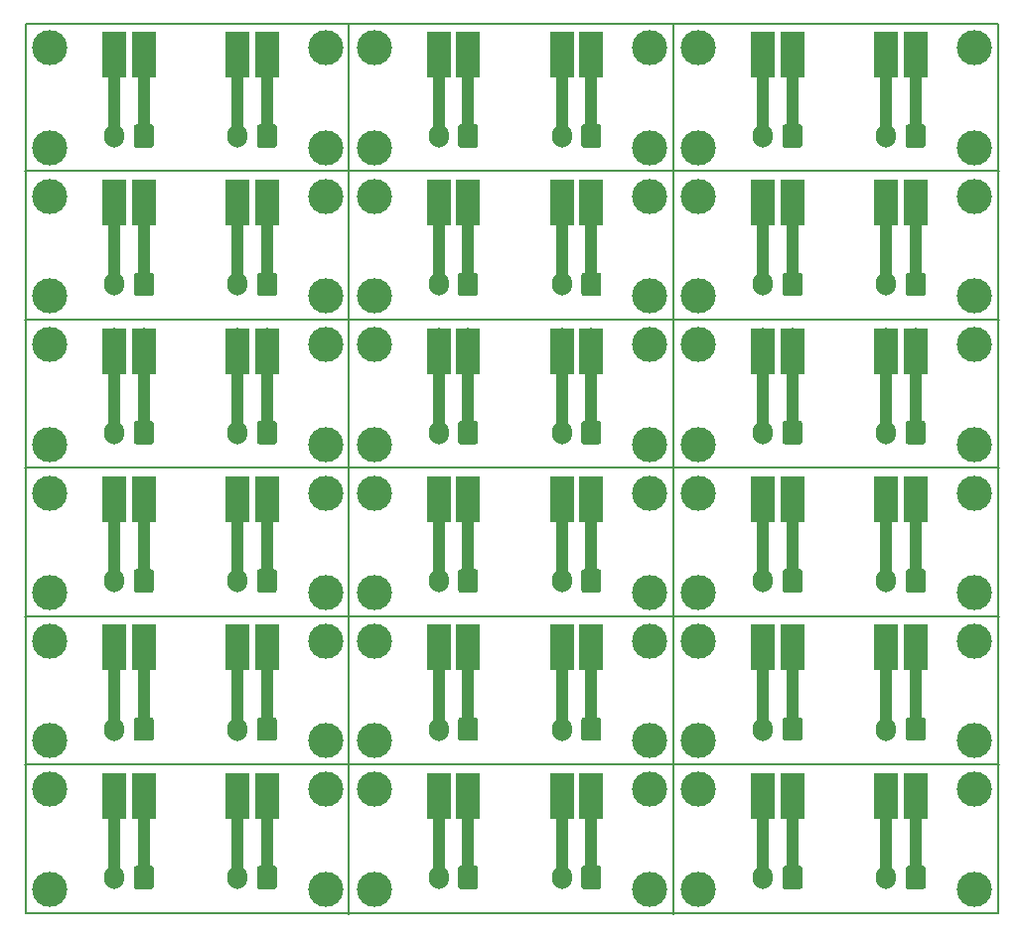
<source format=gbl>
%TF.GenerationSoftware,KiCad,Pcbnew,5.0.2+dfsg1-1*%
%TF.CreationDate,2022-04-03T13:42:16+09:00*%
%TF.ProjectId,JST-mounter_panelized,4a53542d-6d6f-4756-9e74-65725f70616e,rev?*%
%TF.SameCoordinates,Original*%
%TF.FileFunction,Copper,L2,Bot*%
%TF.FilePolarity,Positive*%
%FSLAX46Y46*%
G04 Gerber Fmt 4.6, Leading zero omitted, Abs format (unit mm)*
G04 Created by KiCad (PCBNEW 5.0.2+dfsg1-1) date Sun 03 Apr 2022 01:42:16 PM JST*
%MOMM*%
%LPD*%
G01*
G04 APERTURE LIST*
%ADD10C,0.150000*%
%ADD11C,3.000000*%
%ADD12O,1.700000X2.000000*%
%ADD13C,0.100000*%
%ADD14C,1.700000*%
%ADD15R,2.000000X4.000000*%
%ADD16C,0.800000*%
%ADD17C,2.000000*%
%ADD18C,1.000000*%
G04 APERTURE END LIST*
D10*
X137899998Y-117600008D02*
X220900006Y-117600008D01*
X137899998Y-104950006D02*
X220900006Y-104950006D01*
X137899998Y-92300004D02*
X220900006Y-92300004D01*
X137899998Y-79650002D02*
X220900006Y-79650002D01*
X137899998Y-67000000D02*
X220900006Y-67000000D01*
X193150002Y-54399998D02*
X193150002Y-130350012D01*
X165500000Y-54399998D02*
X165500000Y-130350012D01*
X137924999Y-130325011D02*
X137924999Y-54424999D01*
X220875005Y-130325011D02*
X137924999Y-130325011D01*
X220875005Y-54424999D02*
X220875005Y-130325011D01*
X137924999Y-54424999D02*
X220875005Y-54424999D01*
D11*
X218800004Y-119750010D03*
X218800004Y-107100008D03*
X218800004Y-94450006D03*
X218800004Y-81800004D03*
X218800004Y-69150002D03*
X218800004Y-56500000D03*
X191150002Y-119750010D03*
X191150002Y-107100008D03*
X191150002Y-94450006D03*
X191150002Y-81800004D03*
X191150002Y-69150002D03*
X191150002Y-56500000D03*
X163500000Y-119750010D03*
X163500000Y-107100008D03*
X163500000Y-94450006D03*
X163500000Y-81800004D03*
X163500000Y-69150002D03*
X195300004Y-119750010D03*
X195300004Y-107100008D03*
X195300004Y-94450006D03*
X195300004Y-81800004D03*
X195300004Y-69150002D03*
X195300004Y-56500000D03*
X167650002Y-119750010D03*
X167650002Y-107100008D03*
X167650002Y-94450006D03*
X167650002Y-81800004D03*
X167650002Y-69150002D03*
X167650002Y-56500000D03*
X140000000Y-119750010D03*
X140000000Y-107100008D03*
X140000000Y-94450006D03*
X140000000Y-81800004D03*
X140000000Y-69150002D03*
D12*
X211300004Y-127250010D03*
D13*
G36*
X214424508Y-126251214D02*
X214448777Y-126254814D01*
X214472575Y-126260775D01*
X214495675Y-126269040D01*
X214517853Y-126279530D01*
X214538897Y-126292143D01*
X214558602Y-126306757D01*
X214576781Y-126323233D01*
X214593257Y-126341412D01*
X214607871Y-126361117D01*
X214620484Y-126382161D01*
X214630974Y-126404339D01*
X214639239Y-126427439D01*
X214645200Y-126451237D01*
X214648800Y-126475506D01*
X214650004Y-126500010D01*
X214650004Y-128000010D01*
X214648800Y-128024514D01*
X214645200Y-128048783D01*
X214639239Y-128072581D01*
X214630974Y-128095681D01*
X214620484Y-128117859D01*
X214607871Y-128138903D01*
X214593257Y-128158608D01*
X214576781Y-128176787D01*
X214558602Y-128193263D01*
X214538897Y-128207877D01*
X214517853Y-128220490D01*
X214495675Y-128230980D01*
X214472575Y-128239245D01*
X214448777Y-128245206D01*
X214424508Y-128248806D01*
X214400004Y-128250010D01*
X213200004Y-128250010D01*
X213175500Y-128248806D01*
X213151231Y-128245206D01*
X213127433Y-128239245D01*
X213104333Y-128230980D01*
X213082155Y-128220490D01*
X213061111Y-128207877D01*
X213041406Y-128193263D01*
X213023227Y-128176787D01*
X213006751Y-128158608D01*
X212992137Y-128138903D01*
X212979524Y-128117859D01*
X212969034Y-128095681D01*
X212960769Y-128072581D01*
X212954808Y-128048783D01*
X212951208Y-128024514D01*
X212950004Y-128000010D01*
X212950004Y-126500010D01*
X212951208Y-126475506D01*
X212954808Y-126451237D01*
X212960769Y-126427439D01*
X212969034Y-126404339D01*
X212979524Y-126382161D01*
X212992137Y-126361117D01*
X213006751Y-126341412D01*
X213023227Y-126323233D01*
X213041406Y-126306757D01*
X213061111Y-126292143D01*
X213082155Y-126279530D01*
X213104333Y-126269040D01*
X213127433Y-126260775D01*
X213151231Y-126254814D01*
X213175500Y-126251214D01*
X213200004Y-126250010D01*
X214400004Y-126250010D01*
X214424508Y-126251214D01*
X214424508Y-126251214D01*
G37*
D14*
X213800004Y-127250010D03*
D12*
X211300004Y-114600008D03*
D13*
G36*
X214424508Y-113601212D02*
X214448777Y-113604812D01*
X214472575Y-113610773D01*
X214495675Y-113619038D01*
X214517853Y-113629528D01*
X214538897Y-113642141D01*
X214558602Y-113656755D01*
X214576781Y-113673231D01*
X214593257Y-113691410D01*
X214607871Y-113711115D01*
X214620484Y-113732159D01*
X214630974Y-113754337D01*
X214639239Y-113777437D01*
X214645200Y-113801235D01*
X214648800Y-113825504D01*
X214650004Y-113850008D01*
X214650004Y-115350008D01*
X214648800Y-115374512D01*
X214645200Y-115398781D01*
X214639239Y-115422579D01*
X214630974Y-115445679D01*
X214620484Y-115467857D01*
X214607871Y-115488901D01*
X214593257Y-115508606D01*
X214576781Y-115526785D01*
X214558602Y-115543261D01*
X214538897Y-115557875D01*
X214517853Y-115570488D01*
X214495675Y-115580978D01*
X214472575Y-115589243D01*
X214448777Y-115595204D01*
X214424508Y-115598804D01*
X214400004Y-115600008D01*
X213200004Y-115600008D01*
X213175500Y-115598804D01*
X213151231Y-115595204D01*
X213127433Y-115589243D01*
X213104333Y-115580978D01*
X213082155Y-115570488D01*
X213061111Y-115557875D01*
X213041406Y-115543261D01*
X213023227Y-115526785D01*
X213006751Y-115508606D01*
X212992137Y-115488901D01*
X212979524Y-115467857D01*
X212969034Y-115445679D01*
X212960769Y-115422579D01*
X212954808Y-115398781D01*
X212951208Y-115374512D01*
X212950004Y-115350008D01*
X212950004Y-113850008D01*
X212951208Y-113825504D01*
X212954808Y-113801235D01*
X212960769Y-113777437D01*
X212969034Y-113754337D01*
X212979524Y-113732159D01*
X212992137Y-113711115D01*
X213006751Y-113691410D01*
X213023227Y-113673231D01*
X213041406Y-113656755D01*
X213061111Y-113642141D01*
X213082155Y-113629528D01*
X213104333Y-113619038D01*
X213127433Y-113610773D01*
X213151231Y-113604812D01*
X213175500Y-113601212D01*
X213200004Y-113600008D01*
X214400004Y-113600008D01*
X214424508Y-113601212D01*
X214424508Y-113601212D01*
G37*
D14*
X213800004Y-114600008D03*
D12*
X211300004Y-101950006D03*
D13*
G36*
X214424508Y-100951210D02*
X214448777Y-100954810D01*
X214472575Y-100960771D01*
X214495675Y-100969036D01*
X214517853Y-100979526D01*
X214538897Y-100992139D01*
X214558602Y-101006753D01*
X214576781Y-101023229D01*
X214593257Y-101041408D01*
X214607871Y-101061113D01*
X214620484Y-101082157D01*
X214630974Y-101104335D01*
X214639239Y-101127435D01*
X214645200Y-101151233D01*
X214648800Y-101175502D01*
X214650004Y-101200006D01*
X214650004Y-102700006D01*
X214648800Y-102724510D01*
X214645200Y-102748779D01*
X214639239Y-102772577D01*
X214630974Y-102795677D01*
X214620484Y-102817855D01*
X214607871Y-102838899D01*
X214593257Y-102858604D01*
X214576781Y-102876783D01*
X214558602Y-102893259D01*
X214538897Y-102907873D01*
X214517853Y-102920486D01*
X214495675Y-102930976D01*
X214472575Y-102939241D01*
X214448777Y-102945202D01*
X214424508Y-102948802D01*
X214400004Y-102950006D01*
X213200004Y-102950006D01*
X213175500Y-102948802D01*
X213151231Y-102945202D01*
X213127433Y-102939241D01*
X213104333Y-102930976D01*
X213082155Y-102920486D01*
X213061111Y-102907873D01*
X213041406Y-102893259D01*
X213023227Y-102876783D01*
X213006751Y-102858604D01*
X212992137Y-102838899D01*
X212979524Y-102817855D01*
X212969034Y-102795677D01*
X212960769Y-102772577D01*
X212954808Y-102748779D01*
X212951208Y-102724510D01*
X212950004Y-102700006D01*
X212950004Y-101200006D01*
X212951208Y-101175502D01*
X212954808Y-101151233D01*
X212960769Y-101127435D01*
X212969034Y-101104335D01*
X212979524Y-101082157D01*
X212992137Y-101061113D01*
X213006751Y-101041408D01*
X213023227Y-101023229D01*
X213041406Y-101006753D01*
X213061111Y-100992139D01*
X213082155Y-100979526D01*
X213104333Y-100969036D01*
X213127433Y-100960771D01*
X213151231Y-100954810D01*
X213175500Y-100951210D01*
X213200004Y-100950006D01*
X214400004Y-100950006D01*
X214424508Y-100951210D01*
X214424508Y-100951210D01*
G37*
D14*
X213800004Y-101950006D03*
D12*
X211300004Y-89300004D03*
D13*
G36*
X214424508Y-88301208D02*
X214448777Y-88304808D01*
X214472575Y-88310769D01*
X214495675Y-88319034D01*
X214517853Y-88329524D01*
X214538897Y-88342137D01*
X214558602Y-88356751D01*
X214576781Y-88373227D01*
X214593257Y-88391406D01*
X214607871Y-88411111D01*
X214620484Y-88432155D01*
X214630974Y-88454333D01*
X214639239Y-88477433D01*
X214645200Y-88501231D01*
X214648800Y-88525500D01*
X214650004Y-88550004D01*
X214650004Y-90050004D01*
X214648800Y-90074508D01*
X214645200Y-90098777D01*
X214639239Y-90122575D01*
X214630974Y-90145675D01*
X214620484Y-90167853D01*
X214607871Y-90188897D01*
X214593257Y-90208602D01*
X214576781Y-90226781D01*
X214558602Y-90243257D01*
X214538897Y-90257871D01*
X214517853Y-90270484D01*
X214495675Y-90280974D01*
X214472575Y-90289239D01*
X214448777Y-90295200D01*
X214424508Y-90298800D01*
X214400004Y-90300004D01*
X213200004Y-90300004D01*
X213175500Y-90298800D01*
X213151231Y-90295200D01*
X213127433Y-90289239D01*
X213104333Y-90280974D01*
X213082155Y-90270484D01*
X213061111Y-90257871D01*
X213041406Y-90243257D01*
X213023227Y-90226781D01*
X213006751Y-90208602D01*
X212992137Y-90188897D01*
X212979524Y-90167853D01*
X212969034Y-90145675D01*
X212960769Y-90122575D01*
X212954808Y-90098777D01*
X212951208Y-90074508D01*
X212950004Y-90050004D01*
X212950004Y-88550004D01*
X212951208Y-88525500D01*
X212954808Y-88501231D01*
X212960769Y-88477433D01*
X212969034Y-88454333D01*
X212979524Y-88432155D01*
X212992137Y-88411111D01*
X213006751Y-88391406D01*
X213023227Y-88373227D01*
X213041406Y-88356751D01*
X213061111Y-88342137D01*
X213082155Y-88329524D01*
X213104333Y-88319034D01*
X213127433Y-88310769D01*
X213151231Y-88304808D01*
X213175500Y-88301208D01*
X213200004Y-88300004D01*
X214400004Y-88300004D01*
X214424508Y-88301208D01*
X214424508Y-88301208D01*
G37*
D14*
X213800004Y-89300004D03*
D12*
X211300004Y-76650002D03*
D13*
G36*
X214424508Y-75651206D02*
X214448777Y-75654806D01*
X214472575Y-75660767D01*
X214495675Y-75669032D01*
X214517853Y-75679522D01*
X214538897Y-75692135D01*
X214558602Y-75706749D01*
X214576781Y-75723225D01*
X214593257Y-75741404D01*
X214607871Y-75761109D01*
X214620484Y-75782153D01*
X214630974Y-75804331D01*
X214639239Y-75827431D01*
X214645200Y-75851229D01*
X214648800Y-75875498D01*
X214650004Y-75900002D01*
X214650004Y-77400002D01*
X214648800Y-77424506D01*
X214645200Y-77448775D01*
X214639239Y-77472573D01*
X214630974Y-77495673D01*
X214620484Y-77517851D01*
X214607871Y-77538895D01*
X214593257Y-77558600D01*
X214576781Y-77576779D01*
X214558602Y-77593255D01*
X214538897Y-77607869D01*
X214517853Y-77620482D01*
X214495675Y-77630972D01*
X214472575Y-77639237D01*
X214448777Y-77645198D01*
X214424508Y-77648798D01*
X214400004Y-77650002D01*
X213200004Y-77650002D01*
X213175500Y-77648798D01*
X213151231Y-77645198D01*
X213127433Y-77639237D01*
X213104333Y-77630972D01*
X213082155Y-77620482D01*
X213061111Y-77607869D01*
X213041406Y-77593255D01*
X213023227Y-77576779D01*
X213006751Y-77558600D01*
X212992137Y-77538895D01*
X212979524Y-77517851D01*
X212969034Y-77495673D01*
X212960769Y-77472573D01*
X212954808Y-77448775D01*
X212951208Y-77424506D01*
X212950004Y-77400002D01*
X212950004Y-75900002D01*
X212951208Y-75875498D01*
X212954808Y-75851229D01*
X212960769Y-75827431D01*
X212969034Y-75804331D01*
X212979524Y-75782153D01*
X212992137Y-75761109D01*
X213006751Y-75741404D01*
X213023227Y-75723225D01*
X213041406Y-75706749D01*
X213061111Y-75692135D01*
X213082155Y-75679522D01*
X213104333Y-75669032D01*
X213127433Y-75660767D01*
X213151231Y-75654806D01*
X213175500Y-75651206D01*
X213200004Y-75650002D01*
X214400004Y-75650002D01*
X214424508Y-75651206D01*
X214424508Y-75651206D01*
G37*
D14*
X213800004Y-76650002D03*
D12*
X211300004Y-64000000D03*
D13*
G36*
X214424508Y-63001204D02*
X214448777Y-63004804D01*
X214472575Y-63010765D01*
X214495675Y-63019030D01*
X214517853Y-63029520D01*
X214538897Y-63042133D01*
X214558602Y-63056747D01*
X214576781Y-63073223D01*
X214593257Y-63091402D01*
X214607871Y-63111107D01*
X214620484Y-63132151D01*
X214630974Y-63154329D01*
X214639239Y-63177429D01*
X214645200Y-63201227D01*
X214648800Y-63225496D01*
X214650004Y-63250000D01*
X214650004Y-64750000D01*
X214648800Y-64774504D01*
X214645200Y-64798773D01*
X214639239Y-64822571D01*
X214630974Y-64845671D01*
X214620484Y-64867849D01*
X214607871Y-64888893D01*
X214593257Y-64908598D01*
X214576781Y-64926777D01*
X214558602Y-64943253D01*
X214538897Y-64957867D01*
X214517853Y-64970480D01*
X214495675Y-64980970D01*
X214472575Y-64989235D01*
X214448777Y-64995196D01*
X214424508Y-64998796D01*
X214400004Y-65000000D01*
X213200004Y-65000000D01*
X213175500Y-64998796D01*
X213151231Y-64995196D01*
X213127433Y-64989235D01*
X213104333Y-64980970D01*
X213082155Y-64970480D01*
X213061111Y-64957867D01*
X213041406Y-64943253D01*
X213023227Y-64926777D01*
X213006751Y-64908598D01*
X212992137Y-64888893D01*
X212979524Y-64867849D01*
X212969034Y-64845671D01*
X212960769Y-64822571D01*
X212954808Y-64798773D01*
X212951208Y-64774504D01*
X212950004Y-64750000D01*
X212950004Y-63250000D01*
X212951208Y-63225496D01*
X212954808Y-63201227D01*
X212960769Y-63177429D01*
X212969034Y-63154329D01*
X212979524Y-63132151D01*
X212992137Y-63111107D01*
X213006751Y-63091402D01*
X213023227Y-63073223D01*
X213041406Y-63056747D01*
X213061111Y-63042133D01*
X213082155Y-63029520D01*
X213104333Y-63019030D01*
X213127433Y-63010765D01*
X213151231Y-63004804D01*
X213175500Y-63001204D01*
X213200004Y-63000000D01*
X214400004Y-63000000D01*
X214424508Y-63001204D01*
X214424508Y-63001204D01*
G37*
D14*
X213800004Y-64000000D03*
D12*
X183650002Y-127250010D03*
D13*
G36*
X186774506Y-126251214D02*
X186798775Y-126254814D01*
X186822573Y-126260775D01*
X186845673Y-126269040D01*
X186867851Y-126279530D01*
X186888895Y-126292143D01*
X186908600Y-126306757D01*
X186926779Y-126323233D01*
X186943255Y-126341412D01*
X186957869Y-126361117D01*
X186970482Y-126382161D01*
X186980972Y-126404339D01*
X186989237Y-126427439D01*
X186995198Y-126451237D01*
X186998798Y-126475506D01*
X187000002Y-126500010D01*
X187000002Y-128000010D01*
X186998798Y-128024514D01*
X186995198Y-128048783D01*
X186989237Y-128072581D01*
X186980972Y-128095681D01*
X186970482Y-128117859D01*
X186957869Y-128138903D01*
X186943255Y-128158608D01*
X186926779Y-128176787D01*
X186908600Y-128193263D01*
X186888895Y-128207877D01*
X186867851Y-128220490D01*
X186845673Y-128230980D01*
X186822573Y-128239245D01*
X186798775Y-128245206D01*
X186774506Y-128248806D01*
X186750002Y-128250010D01*
X185550002Y-128250010D01*
X185525498Y-128248806D01*
X185501229Y-128245206D01*
X185477431Y-128239245D01*
X185454331Y-128230980D01*
X185432153Y-128220490D01*
X185411109Y-128207877D01*
X185391404Y-128193263D01*
X185373225Y-128176787D01*
X185356749Y-128158608D01*
X185342135Y-128138903D01*
X185329522Y-128117859D01*
X185319032Y-128095681D01*
X185310767Y-128072581D01*
X185304806Y-128048783D01*
X185301206Y-128024514D01*
X185300002Y-128000010D01*
X185300002Y-126500010D01*
X185301206Y-126475506D01*
X185304806Y-126451237D01*
X185310767Y-126427439D01*
X185319032Y-126404339D01*
X185329522Y-126382161D01*
X185342135Y-126361117D01*
X185356749Y-126341412D01*
X185373225Y-126323233D01*
X185391404Y-126306757D01*
X185411109Y-126292143D01*
X185432153Y-126279530D01*
X185454331Y-126269040D01*
X185477431Y-126260775D01*
X185501229Y-126254814D01*
X185525498Y-126251214D01*
X185550002Y-126250010D01*
X186750002Y-126250010D01*
X186774506Y-126251214D01*
X186774506Y-126251214D01*
G37*
D14*
X186150002Y-127250010D03*
D12*
X183650002Y-114600008D03*
D13*
G36*
X186774506Y-113601212D02*
X186798775Y-113604812D01*
X186822573Y-113610773D01*
X186845673Y-113619038D01*
X186867851Y-113629528D01*
X186888895Y-113642141D01*
X186908600Y-113656755D01*
X186926779Y-113673231D01*
X186943255Y-113691410D01*
X186957869Y-113711115D01*
X186970482Y-113732159D01*
X186980972Y-113754337D01*
X186989237Y-113777437D01*
X186995198Y-113801235D01*
X186998798Y-113825504D01*
X187000002Y-113850008D01*
X187000002Y-115350008D01*
X186998798Y-115374512D01*
X186995198Y-115398781D01*
X186989237Y-115422579D01*
X186980972Y-115445679D01*
X186970482Y-115467857D01*
X186957869Y-115488901D01*
X186943255Y-115508606D01*
X186926779Y-115526785D01*
X186908600Y-115543261D01*
X186888895Y-115557875D01*
X186867851Y-115570488D01*
X186845673Y-115580978D01*
X186822573Y-115589243D01*
X186798775Y-115595204D01*
X186774506Y-115598804D01*
X186750002Y-115600008D01*
X185550002Y-115600008D01*
X185525498Y-115598804D01*
X185501229Y-115595204D01*
X185477431Y-115589243D01*
X185454331Y-115580978D01*
X185432153Y-115570488D01*
X185411109Y-115557875D01*
X185391404Y-115543261D01*
X185373225Y-115526785D01*
X185356749Y-115508606D01*
X185342135Y-115488901D01*
X185329522Y-115467857D01*
X185319032Y-115445679D01*
X185310767Y-115422579D01*
X185304806Y-115398781D01*
X185301206Y-115374512D01*
X185300002Y-115350008D01*
X185300002Y-113850008D01*
X185301206Y-113825504D01*
X185304806Y-113801235D01*
X185310767Y-113777437D01*
X185319032Y-113754337D01*
X185329522Y-113732159D01*
X185342135Y-113711115D01*
X185356749Y-113691410D01*
X185373225Y-113673231D01*
X185391404Y-113656755D01*
X185411109Y-113642141D01*
X185432153Y-113629528D01*
X185454331Y-113619038D01*
X185477431Y-113610773D01*
X185501229Y-113604812D01*
X185525498Y-113601212D01*
X185550002Y-113600008D01*
X186750002Y-113600008D01*
X186774506Y-113601212D01*
X186774506Y-113601212D01*
G37*
D14*
X186150002Y-114600008D03*
D12*
X183650002Y-101950006D03*
D13*
G36*
X186774506Y-100951210D02*
X186798775Y-100954810D01*
X186822573Y-100960771D01*
X186845673Y-100969036D01*
X186867851Y-100979526D01*
X186888895Y-100992139D01*
X186908600Y-101006753D01*
X186926779Y-101023229D01*
X186943255Y-101041408D01*
X186957869Y-101061113D01*
X186970482Y-101082157D01*
X186980972Y-101104335D01*
X186989237Y-101127435D01*
X186995198Y-101151233D01*
X186998798Y-101175502D01*
X187000002Y-101200006D01*
X187000002Y-102700006D01*
X186998798Y-102724510D01*
X186995198Y-102748779D01*
X186989237Y-102772577D01*
X186980972Y-102795677D01*
X186970482Y-102817855D01*
X186957869Y-102838899D01*
X186943255Y-102858604D01*
X186926779Y-102876783D01*
X186908600Y-102893259D01*
X186888895Y-102907873D01*
X186867851Y-102920486D01*
X186845673Y-102930976D01*
X186822573Y-102939241D01*
X186798775Y-102945202D01*
X186774506Y-102948802D01*
X186750002Y-102950006D01*
X185550002Y-102950006D01*
X185525498Y-102948802D01*
X185501229Y-102945202D01*
X185477431Y-102939241D01*
X185454331Y-102930976D01*
X185432153Y-102920486D01*
X185411109Y-102907873D01*
X185391404Y-102893259D01*
X185373225Y-102876783D01*
X185356749Y-102858604D01*
X185342135Y-102838899D01*
X185329522Y-102817855D01*
X185319032Y-102795677D01*
X185310767Y-102772577D01*
X185304806Y-102748779D01*
X185301206Y-102724510D01*
X185300002Y-102700006D01*
X185300002Y-101200006D01*
X185301206Y-101175502D01*
X185304806Y-101151233D01*
X185310767Y-101127435D01*
X185319032Y-101104335D01*
X185329522Y-101082157D01*
X185342135Y-101061113D01*
X185356749Y-101041408D01*
X185373225Y-101023229D01*
X185391404Y-101006753D01*
X185411109Y-100992139D01*
X185432153Y-100979526D01*
X185454331Y-100969036D01*
X185477431Y-100960771D01*
X185501229Y-100954810D01*
X185525498Y-100951210D01*
X185550002Y-100950006D01*
X186750002Y-100950006D01*
X186774506Y-100951210D01*
X186774506Y-100951210D01*
G37*
D14*
X186150002Y-101950006D03*
D12*
X183650002Y-89300004D03*
D13*
G36*
X186774506Y-88301208D02*
X186798775Y-88304808D01*
X186822573Y-88310769D01*
X186845673Y-88319034D01*
X186867851Y-88329524D01*
X186888895Y-88342137D01*
X186908600Y-88356751D01*
X186926779Y-88373227D01*
X186943255Y-88391406D01*
X186957869Y-88411111D01*
X186970482Y-88432155D01*
X186980972Y-88454333D01*
X186989237Y-88477433D01*
X186995198Y-88501231D01*
X186998798Y-88525500D01*
X187000002Y-88550004D01*
X187000002Y-90050004D01*
X186998798Y-90074508D01*
X186995198Y-90098777D01*
X186989237Y-90122575D01*
X186980972Y-90145675D01*
X186970482Y-90167853D01*
X186957869Y-90188897D01*
X186943255Y-90208602D01*
X186926779Y-90226781D01*
X186908600Y-90243257D01*
X186888895Y-90257871D01*
X186867851Y-90270484D01*
X186845673Y-90280974D01*
X186822573Y-90289239D01*
X186798775Y-90295200D01*
X186774506Y-90298800D01*
X186750002Y-90300004D01*
X185550002Y-90300004D01*
X185525498Y-90298800D01*
X185501229Y-90295200D01*
X185477431Y-90289239D01*
X185454331Y-90280974D01*
X185432153Y-90270484D01*
X185411109Y-90257871D01*
X185391404Y-90243257D01*
X185373225Y-90226781D01*
X185356749Y-90208602D01*
X185342135Y-90188897D01*
X185329522Y-90167853D01*
X185319032Y-90145675D01*
X185310767Y-90122575D01*
X185304806Y-90098777D01*
X185301206Y-90074508D01*
X185300002Y-90050004D01*
X185300002Y-88550004D01*
X185301206Y-88525500D01*
X185304806Y-88501231D01*
X185310767Y-88477433D01*
X185319032Y-88454333D01*
X185329522Y-88432155D01*
X185342135Y-88411111D01*
X185356749Y-88391406D01*
X185373225Y-88373227D01*
X185391404Y-88356751D01*
X185411109Y-88342137D01*
X185432153Y-88329524D01*
X185454331Y-88319034D01*
X185477431Y-88310769D01*
X185501229Y-88304808D01*
X185525498Y-88301208D01*
X185550002Y-88300004D01*
X186750002Y-88300004D01*
X186774506Y-88301208D01*
X186774506Y-88301208D01*
G37*
D14*
X186150002Y-89300004D03*
D12*
X183650002Y-76650002D03*
D13*
G36*
X186774506Y-75651206D02*
X186798775Y-75654806D01*
X186822573Y-75660767D01*
X186845673Y-75669032D01*
X186867851Y-75679522D01*
X186888895Y-75692135D01*
X186908600Y-75706749D01*
X186926779Y-75723225D01*
X186943255Y-75741404D01*
X186957869Y-75761109D01*
X186970482Y-75782153D01*
X186980972Y-75804331D01*
X186989237Y-75827431D01*
X186995198Y-75851229D01*
X186998798Y-75875498D01*
X187000002Y-75900002D01*
X187000002Y-77400002D01*
X186998798Y-77424506D01*
X186995198Y-77448775D01*
X186989237Y-77472573D01*
X186980972Y-77495673D01*
X186970482Y-77517851D01*
X186957869Y-77538895D01*
X186943255Y-77558600D01*
X186926779Y-77576779D01*
X186908600Y-77593255D01*
X186888895Y-77607869D01*
X186867851Y-77620482D01*
X186845673Y-77630972D01*
X186822573Y-77639237D01*
X186798775Y-77645198D01*
X186774506Y-77648798D01*
X186750002Y-77650002D01*
X185550002Y-77650002D01*
X185525498Y-77648798D01*
X185501229Y-77645198D01*
X185477431Y-77639237D01*
X185454331Y-77630972D01*
X185432153Y-77620482D01*
X185411109Y-77607869D01*
X185391404Y-77593255D01*
X185373225Y-77576779D01*
X185356749Y-77558600D01*
X185342135Y-77538895D01*
X185329522Y-77517851D01*
X185319032Y-77495673D01*
X185310767Y-77472573D01*
X185304806Y-77448775D01*
X185301206Y-77424506D01*
X185300002Y-77400002D01*
X185300002Y-75900002D01*
X185301206Y-75875498D01*
X185304806Y-75851229D01*
X185310767Y-75827431D01*
X185319032Y-75804331D01*
X185329522Y-75782153D01*
X185342135Y-75761109D01*
X185356749Y-75741404D01*
X185373225Y-75723225D01*
X185391404Y-75706749D01*
X185411109Y-75692135D01*
X185432153Y-75679522D01*
X185454331Y-75669032D01*
X185477431Y-75660767D01*
X185501229Y-75654806D01*
X185525498Y-75651206D01*
X185550002Y-75650002D01*
X186750002Y-75650002D01*
X186774506Y-75651206D01*
X186774506Y-75651206D01*
G37*
D14*
X186150002Y-76650002D03*
D12*
X183650002Y-64000000D03*
D13*
G36*
X186774506Y-63001204D02*
X186798775Y-63004804D01*
X186822573Y-63010765D01*
X186845673Y-63019030D01*
X186867851Y-63029520D01*
X186888895Y-63042133D01*
X186908600Y-63056747D01*
X186926779Y-63073223D01*
X186943255Y-63091402D01*
X186957869Y-63111107D01*
X186970482Y-63132151D01*
X186980972Y-63154329D01*
X186989237Y-63177429D01*
X186995198Y-63201227D01*
X186998798Y-63225496D01*
X187000002Y-63250000D01*
X187000002Y-64750000D01*
X186998798Y-64774504D01*
X186995198Y-64798773D01*
X186989237Y-64822571D01*
X186980972Y-64845671D01*
X186970482Y-64867849D01*
X186957869Y-64888893D01*
X186943255Y-64908598D01*
X186926779Y-64926777D01*
X186908600Y-64943253D01*
X186888895Y-64957867D01*
X186867851Y-64970480D01*
X186845673Y-64980970D01*
X186822573Y-64989235D01*
X186798775Y-64995196D01*
X186774506Y-64998796D01*
X186750002Y-65000000D01*
X185550002Y-65000000D01*
X185525498Y-64998796D01*
X185501229Y-64995196D01*
X185477431Y-64989235D01*
X185454331Y-64980970D01*
X185432153Y-64970480D01*
X185411109Y-64957867D01*
X185391404Y-64943253D01*
X185373225Y-64926777D01*
X185356749Y-64908598D01*
X185342135Y-64888893D01*
X185329522Y-64867849D01*
X185319032Y-64845671D01*
X185310767Y-64822571D01*
X185304806Y-64798773D01*
X185301206Y-64774504D01*
X185300002Y-64750000D01*
X185300002Y-63250000D01*
X185301206Y-63225496D01*
X185304806Y-63201227D01*
X185310767Y-63177429D01*
X185319032Y-63154329D01*
X185329522Y-63132151D01*
X185342135Y-63111107D01*
X185356749Y-63091402D01*
X185373225Y-63073223D01*
X185391404Y-63056747D01*
X185411109Y-63042133D01*
X185432153Y-63029520D01*
X185454331Y-63019030D01*
X185477431Y-63010765D01*
X185501229Y-63004804D01*
X185525498Y-63001204D01*
X185550002Y-63000000D01*
X186750002Y-63000000D01*
X186774506Y-63001204D01*
X186774506Y-63001204D01*
G37*
D14*
X186150002Y-64000000D03*
D12*
X156000000Y-127250010D03*
D13*
G36*
X159124504Y-126251214D02*
X159148773Y-126254814D01*
X159172571Y-126260775D01*
X159195671Y-126269040D01*
X159217849Y-126279530D01*
X159238893Y-126292143D01*
X159258598Y-126306757D01*
X159276777Y-126323233D01*
X159293253Y-126341412D01*
X159307867Y-126361117D01*
X159320480Y-126382161D01*
X159330970Y-126404339D01*
X159339235Y-126427439D01*
X159345196Y-126451237D01*
X159348796Y-126475506D01*
X159350000Y-126500010D01*
X159350000Y-128000010D01*
X159348796Y-128024514D01*
X159345196Y-128048783D01*
X159339235Y-128072581D01*
X159330970Y-128095681D01*
X159320480Y-128117859D01*
X159307867Y-128138903D01*
X159293253Y-128158608D01*
X159276777Y-128176787D01*
X159258598Y-128193263D01*
X159238893Y-128207877D01*
X159217849Y-128220490D01*
X159195671Y-128230980D01*
X159172571Y-128239245D01*
X159148773Y-128245206D01*
X159124504Y-128248806D01*
X159100000Y-128250010D01*
X157900000Y-128250010D01*
X157875496Y-128248806D01*
X157851227Y-128245206D01*
X157827429Y-128239245D01*
X157804329Y-128230980D01*
X157782151Y-128220490D01*
X157761107Y-128207877D01*
X157741402Y-128193263D01*
X157723223Y-128176787D01*
X157706747Y-128158608D01*
X157692133Y-128138903D01*
X157679520Y-128117859D01*
X157669030Y-128095681D01*
X157660765Y-128072581D01*
X157654804Y-128048783D01*
X157651204Y-128024514D01*
X157650000Y-128000010D01*
X157650000Y-126500010D01*
X157651204Y-126475506D01*
X157654804Y-126451237D01*
X157660765Y-126427439D01*
X157669030Y-126404339D01*
X157679520Y-126382161D01*
X157692133Y-126361117D01*
X157706747Y-126341412D01*
X157723223Y-126323233D01*
X157741402Y-126306757D01*
X157761107Y-126292143D01*
X157782151Y-126279530D01*
X157804329Y-126269040D01*
X157827429Y-126260775D01*
X157851227Y-126254814D01*
X157875496Y-126251214D01*
X157900000Y-126250010D01*
X159100000Y-126250010D01*
X159124504Y-126251214D01*
X159124504Y-126251214D01*
G37*
D14*
X158500000Y-127250010D03*
D12*
X156000000Y-114600008D03*
D13*
G36*
X159124504Y-113601212D02*
X159148773Y-113604812D01*
X159172571Y-113610773D01*
X159195671Y-113619038D01*
X159217849Y-113629528D01*
X159238893Y-113642141D01*
X159258598Y-113656755D01*
X159276777Y-113673231D01*
X159293253Y-113691410D01*
X159307867Y-113711115D01*
X159320480Y-113732159D01*
X159330970Y-113754337D01*
X159339235Y-113777437D01*
X159345196Y-113801235D01*
X159348796Y-113825504D01*
X159350000Y-113850008D01*
X159350000Y-115350008D01*
X159348796Y-115374512D01*
X159345196Y-115398781D01*
X159339235Y-115422579D01*
X159330970Y-115445679D01*
X159320480Y-115467857D01*
X159307867Y-115488901D01*
X159293253Y-115508606D01*
X159276777Y-115526785D01*
X159258598Y-115543261D01*
X159238893Y-115557875D01*
X159217849Y-115570488D01*
X159195671Y-115580978D01*
X159172571Y-115589243D01*
X159148773Y-115595204D01*
X159124504Y-115598804D01*
X159100000Y-115600008D01*
X157900000Y-115600008D01*
X157875496Y-115598804D01*
X157851227Y-115595204D01*
X157827429Y-115589243D01*
X157804329Y-115580978D01*
X157782151Y-115570488D01*
X157761107Y-115557875D01*
X157741402Y-115543261D01*
X157723223Y-115526785D01*
X157706747Y-115508606D01*
X157692133Y-115488901D01*
X157679520Y-115467857D01*
X157669030Y-115445679D01*
X157660765Y-115422579D01*
X157654804Y-115398781D01*
X157651204Y-115374512D01*
X157650000Y-115350008D01*
X157650000Y-113850008D01*
X157651204Y-113825504D01*
X157654804Y-113801235D01*
X157660765Y-113777437D01*
X157669030Y-113754337D01*
X157679520Y-113732159D01*
X157692133Y-113711115D01*
X157706747Y-113691410D01*
X157723223Y-113673231D01*
X157741402Y-113656755D01*
X157761107Y-113642141D01*
X157782151Y-113629528D01*
X157804329Y-113619038D01*
X157827429Y-113610773D01*
X157851227Y-113604812D01*
X157875496Y-113601212D01*
X157900000Y-113600008D01*
X159100000Y-113600008D01*
X159124504Y-113601212D01*
X159124504Y-113601212D01*
G37*
D14*
X158500000Y-114600008D03*
D12*
X156000000Y-101950006D03*
D13*
G36*
X159124504Y-100951210D02*
X159148773Y-100954810D01*
X159172571Y-100960771D01*
X159195671Y-100969036D01*
X159217849Y-100979526D01*
X159238893Y-100992139D01*
X159258598Y-101006753D01*
X159276777Y-101023229D01*
X159293253Y-101041408D01*
X159307867Y-101061113D01*
X159320480Y-101082157D01*
X159330970Y-101104335D01*
X159339235Y-101127435D01*
X159345196Y-101151233D01*
X159348796Y-101175502D01*
X159350000Y-101200006D01*
X159350000Y-102700006D01*
X159348796Y-102724510D01*
X159345196Y-102748779D01*
X159339235Y-102772577D01*
X159330970Y-102795677D01*
X159320480Y-102817855D01*
X159307867Y-102838899D01*
X159293253Y-102858604D01*
X159276777Y-102876783D01*
X159258598Y-102893259D01*
X159238893Y-102907873D01*
X159217849Y-102920486D01*
X159195671Y-102930976D01*
X159172571Y-102939241D01*
X159148773Y-102945202D01*
X159124504Y-102948802D01*
X159100000Y-102950006D01*
X157900000Y-102950006D01*
X157875496Y-102948802D01*
X157851227Y-102945202D01*
X157827429Y-102939241D01*
X157804329Y-102930976D01*
X157782151Y-102920486D01*
X157761107Y-102907873D01*
X157741402Y-102893259D01*
X157723223Y-102876783D01*
X157706747Y-102858604D01*
X157692133Y-102838899D01*
X157679520Y-102817855D01*
X157669030Y-102795677D01*
X157660765Y-102772577D01*
X157654804Y-102748779D01*
X157651204Y-102724510D01*
X157650000Y-102700006D01*
X157650000Y-101200006D01*
X157651204Y-101175502D01*
X157654804Y-101151233D01*
X157660765Y-101127435D01*
X157669030Y-101104335D01*
X157679520Y-101082157D01*
X157692133Y-101061113D01*
X157706747Y-101041408D01*
X157723223Y-101023229D01*
X157741402Y-101006753D01*
X157761107Y-100992139D01*
X157782151Y-100979526D01*
X157804329Y-100969036D01*
X157827429Y-100960771D01*
X157851227Y-100954810D01*
X157875496Y-100951210D01*
X157900000Y-100950006D01*
X159100000Y-100950006D01*
X159124504Y-100951210D01*
X159124504Y-100951210D01*
G37*
D14*
X158500000Y-101950006D03*
D12*
X156000000Y-89300004D03*
D13*
G36*
X159124504Y-88301208D02*
X159148773Y-88304808D01*
X159172571Y-88310769D01*
X159195671Y-88319034D01*
X159217849Y-88329524D01*
X159238893Y-88342137D01*
X159258598Y-88356751D01*
X159276777Y-88373227D01*
X159293253Y-88391406D01*
X159307867Y-88411111D01*
X159320480Y-88432155D01*
X159330970Y-88454333D01*
X159339235Y-88477433D01*
X159345196Y-88501231D01*
X159348796Y-88525500D01*
X159350000Y-88550004D01*
X159350000Y-90050004D01*
X159348796Y-90074508D01*
X159345196Y-90098777D01*
X159339235Y-90122575D01*
X159330970Y-90145675D01*
X159320480Y-90167853D01*
X159307867Y-90188897D01*
X159293253Y-90208602D01*
X159276777Y-90226781D01*
X159258598Y-90243257D01*
X159238893Y-90257871D01*
X159217849Y-90270484D01*
X159195671Y-90280974D01*
X159172571Y-90289239D01*
X159148773Y-90295200D01*
X159124504Y-90298800D01*
X159100000Y-90300004D01*
X157900000Y-90300004D01*
X157875496Y-90298800D01*
X157851227Y-90295200D01*
X157827429Y-90289239D01*
X157804329Y-90280974D01*
X157782151Y-90270484D01*
X157761107Y-90257871D01*
X157741402Y-90243257D01*
X157723223Y-90226781D01*
X157706747Y-90208602D01*
X157692133Y-90188897D01*
X157679520Y-90167853D01*
X157669030Y-90145675D01*
X157660765Y-90122575D01*
X157654804Y-90098777D01*
X157651204Y-90074508D01*
X157650000Y-90050004D01*
X157650000Y-88550004D01*
X157651204Y-88525500D01*
X157654804Y-88501231D01*
X157660765Y-88477433D01*
X157669030Y-88454333D01*
X157679520Y-88432155D01*
X157692133Y-88411111D01*
X157706747Y-88391406D01*
X157723223Y-88373227D01*
X157741402Y-88356751D01*
X157761107Y-88342137D01*
X157782151Y-88329524D01*
X157804329Y-88319034D01*
X157827429Y-88310769D01*
X157851227Y-88304808D01*
X157875496Y-88301208D01*
X157900000Y-88300004D01*
X159100000Y-88300004D01*
X159124504Y-88301208D01*
X159124504Y-88301208D01*
G37*
D14*
X158500000Y-89300004D03*
D12*
X156000000Y-76650002D03*
D13*
G36*
X159124504Y-75651206D02*
X159148773Y-75654806D01*
X159172571Y-75660767D01*
X159195671Y-75669032D01*
X159217849Y-75679522D01*
X159238893Y-75692135D01*
X159258598Y-75706749D01*
X159276777Y-75723225D01*
X159293253Y-75741404D01*
X159307867Y-75761109D01*
X159320480Y-75782153D01*
X159330970Y-75804331D01*
X159339235Y-75827431D01*
X159345196Y-75851229D01*
X159348796Y-75875498D01*
X159350000Y-75900002D01*
X159350000Y-77400002D01*
X159348796Y-77424506D01*
X159345196Y-77448775D01*
X159339235Y-77472573D01*
X159330970Y-77495673D01*
X159320480Y-77517851D01*
X159307867Y-77538895D01*
X159293253Y-77558600D01*
X159276777Y-77576779D01*
X159258598Y-77593255D01*
X159238893Y-77607869D01*
X159217849Y-77620482D01*
X159195671Y-77630972D01*
X159172571Y-77639237D01*
X159148773Y-77645198D01*
X159124504Y-77648798D01*
X159100000Y-77650002D01*
X157900000Y-77650002D01*
X157875496Y-77648798D01*
X157851227Y-77645198D01*
X157827429Y-77639237D01*
X157804329Y-77630972D01*
X157782151Y-77620482D01*
X157761107Y-77607869D01*
X157741402Y-77593255D01*
X157723223Y-77576779D01*
X157706747Y-77558600D01*
X157692133Y-77538895D01*
X157679520Y-77517851D01*
X157669030Y-77495673D01*
X157660765Y-77472573D01*
X157654804Y-77448775D01*
X157651204Y-77424506D01*
X157650000Y-77400002D01*
X157650000Y-75900002D01*
X157651204Y-75875498D01*
X157654804Y-75851229D01*
X157660765Y-75827431D01*
X157669030Y-75804331D01*
X157679520Y-75782153D01*
X157692133Y-75761109D01*
X157706747Y-75741404D01*
X157723223Y-75723225D01*
X157741402Y-75706749D01*
X157761107Y-75692135D01*
X157782151Y-75679522D01*
X157804329Y-75669032D01*
X157827429Y-75660767D01*
X157851227Y-75654806D01*
X157875496Y-75651206D01*
X157900000Y-75650002D01*
X159100000Y-75650002D01*
X159124504Y-75651206D01*
X159124504Y-75651206D01*
G37*
D14*
X158500000Y-76650002D03*
D12*
X200800004Y-127250010D03*
D13*
G36*
X203924508Y-126251214D02*
X203948777Y-126254814D01*
X203972575Y-126260775D01*
X203995675Y-126269040D01*
X204017853Y-126279530D01*
X204038897Y-126292143D01*
X204058602Y-126306757D01*
X204076781Y-126323233D01*
X204093257Y-126341412D01*
X204107871Y-126361117D01*
X204120484Y-126382161D01*
X204130974Y-126404339D01*
X204139239Y-126427439D01*
X204145200Y-126451237D01*
X204148800Y-126475506D01*
X204150004Y-126500010D01*
X204150004Y-128000010D01*
X204148800Y-128024514D01*
X204145200Y-128048783D01*
X204139239Y-128072581D01*
X204130974Y-128095681D01*
X204120484Y-128117859D01*
X204107871Y-128138903D01*
X204093257Y-128158608D01*
X204076781Y-128176787D01*
X204058602Y-128193263D01*
X204038897Y-128207877D01*
X204017853Y-128220490D01*
X203995675Y-128230980D01*
X203972575Y-128239245D01*
X203948777Y-128245206D01*
X203924508Y-128248806D01*
X203900004Y-128250010D01*
X202700004Y-128250010D01*
X202675500Y-128248806D01*
X202651231Y-128245206D01*
X202627433Y-128239245D01*
X202604333Y-128230980D01*
X202582155Y-128220490D01*
X202561111Y-128207877D01*
X202541406Y-128193263D01*
X202523227Y-128176787D01*
X202506751Y-128158608D01*
X202492137Y-128138903D01*
X202479524Y-128117859D01*
X202469034Y-128095681D01*
X202460769Y-128072581D01*
X202454808Y-128048783D01*
X202451208Y-128024514D01*
X202450004Y-128000010D01*
X202450004Y-126500010D01*
X202451208Y-126475506D01*
X202454808Y-126451237D01*
X202460769Y-126427439D01*
X202469034Y-126404339D01*
X202479524Y-126382161D01*
X202492137Y-126361117D01*
X202506751Y-126341412D01*
X202523227Y-126323233D01*
X202541406Y-126306757D01*
X202561111Y-126292143D01*
X202582155Y-126279530D01*
X202604333Y-126269040D01*
X202627433Y-126260775D01*
X202651231Y-126254814D01*
X202675500Y-126251214D01*
X202700004Y-126250010D01*
X203900004Y-126250010D01*
X203924508Y-126251214D01*
X203924508Y-126251214D01*
G37*
D14*
X203300004Y-127250010D03*
D12*
X200800004Y-114600008D03*
D13*
G36*
X203924508Y-113601212D02*
X203948777Y-113604812D01*
X203972575Y-113610773D01*
X203995675Y-113619038D01*
X204017853Y-113629528D01*
X204038897Y-113642141D01*
X204058602Y-113656755D01*
X204076781Y-113673231D01*
X204093257Y-113691410D01*
X204107871Y-113711115D01*
X204120484Y-113732159D01*
X204130974Y-113754337D01*
X204139239Y-113777437D01*
X204145200Y-113801235D01*
X204148800Y-113825504D01*
X204150004Y-113850008D01*
X204150004Y-115350008D01*
X204148800Y-115374512D01*
X204145200Y-115398781D01*
X204139239Y-115422579D01*
X204130974Y-115445679D01*
X204120484Y-115467857D01*
X204107871Y-115488901D01*
X204093257Y-115508606D01*
X204076781Y-115526785D01*
X204058602Y-115543261D01*
X204038897Y-115557875D01*
X204017853Y-115570488D01*
X203995675Y-115580978D01*
X203972575Y-115589243D01*
X203948777Y-115595204D01*
X203924508Y-115598804D01*
X203900004Y-115600008D01*
X202700004Y-115600008D01*
X202675500Y-115598804D01*
X202651231Y-115595204D01*
X202627433Y-115589243D01*
X202604333Y-115580978D01*
X202582155Y-115570488D01*
X202561111Y-115557875D01*
X202541406Y-115543261D01*
X202523227Y-115526785D01*
X202506751Y-115508606D01*
X202492137Y-115488901D01*
X202479524Y-115467857D01*
X202469034Y-115445679D01*
X202460769Y-115422579D01*
X202454808Y-115398781D01*
X202451208Y-115374512D01*
X202450004Y-115350008D01*
X202450004Y-113850008D01*
X202451208Y-113825504D01*
X202454808Y-113801235D01*
X202460769Y-113777437D01*
X202469034Y-113754337D01*
X202479524Y-113732159D01*
X202492137Y-113711115D01*
X202506751Y-113691410D01*
X202523227Y-113673231D01*
X202541406Y-113656755D01*
X202561111Y-113642141D01*
X202582155Y-113629528D01*
X202604333Y-113619038D01*
X202627433Y-113610773D01*
X202651231Y-113604812D01*
X202675500Y-113601212D01*
X202700004Y-113600008D01*
X203900004Y-113600008D01*
X203924508Y-113601212D01*
X203924508Y-113601212D01*
G37*
D14*
X203300004Y-114600008D03*
D12*
X200800004Y-101950006D03*
D13*
G36*
X203924508Y-100951210D02*
X203948777Y-100954810D01*
X203972575Y-100960771D01*
X203995675Y-100969036D01*
X204017853Y-100979526D01*
X204038897Y-100992139D01*
X204058602Y-101006753D01*
X204076781Y-101023229D01*
X204093257Y-101041408D01*
X204107871Y-101061113D01*
X204120484Y-101082157D01*
X204130974Y-101104335D01*
X204139239Y-101127435D01*
X204145200Y-101151233D01*
X204148800Y-101175502D01*
X204150004Y-101200006D01*
X204150004Y-102700006D01*
X204148800Y-102724510D01*
X204145200Y-102748779D01*
X204139239Y-102772577D01*
X204130974Y-102795677D01*
X204120484Y-102817855D01*
X204107871Y-102838899D01*
X204093257Y-102858604D01*
X204076781Y-102876783D01*
X204058602Y-102893259D01*
X204038897Y-102907873D01*
X204017853Y-102920486D01*
X203995675Y-102930976D01*
X203972575Y-102939241D01*
X203948777Y-102945202D01*
X203924508Y-102948802D01*
X203900004Y-102950006D01*
X202700004Y-102950006D01*
X202675500Y-102948802D01*
X202651231Y-102945202D01*
X202627433Y-102939241D01*
X202604333Y-102930976D01*
X202582155Y-102920486D01*
X202561111Y-102907873D01*
X202541406Y-102893259D01*
X202523227Y-102876783D01*
X202506751Y-102858604D01*
X202492137Y-102838899D01*
X202479524Y-102817855D01*
X202469034Y-102795677D01*
X202460769Y-102772577D01*
X202454808Y-102748779D01*
X202451208Y-102724510D01*
X202450004Y-102700006D01*
X202450004Y-101200006D01*
X202451208Y-101175502D01*
X202454808Y-101151233D01*
X202460769Y-101127435D01*
X202469034Y-101104335D01*
X202479524Y-101082157D01*
X202492137Y-101061113D01*
X202506751Y-101041408D01*
X202523227Y-101023229D01*
X202541406Y-101006753D01*
X202561111Y-100992139D01*
X202582155Y-100979526D01*
X202604333Y-100969036D01*
X202627433Y-100960771D01*
X202651231Y-100954810D01*
X202675500Y-100951210D01*
X202700004Y-100950006D01*
X203900004Y-100950006D01*
X203924508Y-100951210D01*
X203924508Y-100951210D01*
G37*
D14*
X203300004Y-101950006D03*
D12*
X200800004Y-89300004D03*
D13*
G36*
X203924508Y-88301208D02*
X203948777Y-88304808D01*
X203972575Y-88310769D01*
X203995675Y-88319034D01*
X204017853Y-88329524D01*
X204038897Y-88342137D01*
X204058602Y-88356751D01*
X204076781Y-88373227D01*
X204093257Y-88391406D01*
X204107871Y-88411111D01*
X204120484Y-88432155D01*
X204130974Y-88454333D01*
X204139239Y-88477433D01*
X204145200Y-88501231D01*
X204148800Y-88525500D01*
X204150004Y-88550004D01*
X204150004Y-90050004D01*
X204148800Y-90074508D01*
X204145200Y-90098777D01*
X204139239Y-90122575D01*
X204130974Y-90145675D01*
X204120484Y-90167853D01*
X204107871Y-90188897D01*
X204093257Y-90208602D01*
X204076781Y-90226781D01*
X204058602Y-90243257D01*
X204038897Y-90257871D01*
X204017853Y-90270484D01*
X203995675Y-90280974D01*
X203972575Y-90289239D01*
X203948777Y-90295200D01*
X203924508Y-90298800D01*
X203900004Y-90300004D01*
X202700004Y-90300004D01*
X202675500Y-90298800D01*
X202651231Y-90295200D01*
X202627433Y-90289239D01*
X202604333Y-90280974D01*
X202582155Y-90270484D01*
X202561111Y-90257871D01*
X202541406Y-90243257D01*
X202523227Y-90226781D01*
X202506751Y-90208602D01*
X202492137Y-90188897D01*
X202479524Y-90167853D01*
X202469034Y-90145675D01*
X202460769Y-90122575D01*
X202454808Y-90098777D01*
X202451208Y-90074508D01*
X202450004Y-90050004D01*
X202450004Y-88550004D01*
X202451208Y-88525500D01*
X202454808Y-88501231D01*
X202460769Y-88477433D01*
X202469034Y-88454333D01*
X202479524Y-88432155D01*
X202492137Y-88411111D01*
X202506751Y-88391406D01*
X202523227Y-88373227D01*
X202541406Y-88356751D01*
X202561111Y-88342137D01*
X202582155Y-88329524D01*
X202604333Y-88319034D01*
X202627433Y-88310769D01*
X202651231Y-88304808D01*
X202675500Y-88301208D01*
X202700004Y-88300004D01*
X203900004Y-88300004D01*
X203924508Y-88301208D01*
X203924508Y-88301208D01*
G37*
D14*
X203300004Y-89300004D03*
D12*
X200800004Y-76650002D03*
D13*
G36*
X203924508Y-75651206D02*
X203948777Y-75654806D01*
X203972575Y-75660767D01*
X203995675Y-75669032D01*
X204017853Y-75679522D01*
X204038897Y-75692135D01*
X204058602Y-75706749D01*
X204076781Y-75723225D01*
X204093257Y-75741404D01*
X204107871Y-75761109D01*
X204120484Y-75782153D01*
X204130974Y-75804331D01*
X204139239Y-75827431D01*
X204145200Y-75851229D01*
X204148800Y-75875498D01*
X204150004Y-75900002D01*
X204150004Y-77400002D01*
X204148800Y-77424506D01*
X204145200Y-77448775D01*
X204139239Y-77472573D01*
X204130974Y-77495673D01*
X204120484Y-77517851D01*
X204107871Y-77538895D01*
X204093257Y-77558600D01*
X204076781Y-77576779D01*
X204058602Y-77593255D01*
X204038897Y-77607869D01*
X204017853Y-77620482D01*
X203995675Y-77630972D01*
X203972575Y-77639237D01*
X203948777Y-77645198D01*
X203924508Y-77648798D01*
X203900004Y-77650002D01*
X202700004Y-77650002D01*
X202675500Y-77648798D01*
X202651231Y-77645198D01*
X202627433Y-77639237D01*
X202604333Y-77630972D01*
X202582155Y-77620482D01*
X202561111Y-77607869D01*
X202541406Y-77593255D01*
X202523227Y-77576779D01*
X202506751Y-77558600D01*
X202492137Y-77538895D01*
X202479524Y-77517851D01*
X202469034Y-77495673D01*
X202460769Y-77472573D01*
X202454808Y-77448775D01*
X202451208Y-77424506D01*
X202450004Y-77400002D01*
X202450004Y-75900002D01*
X202451208Y-75875498D01*
X202454808Y-75851229D01*
X202460769Y-75827431D01*
X202469034Y-75804331D01*
X202479524Y-75782153D01*
X202492137Y-75761109D01*
X202506751Y-75741404D01*
X202523227Y-75723225D01*
X202541406Y-75706749D01*
X202561111Y-75692135D01*
X202582155Y-75679522D01*
X202604333Y-75669032D01*
X202627433Y-75660767D01*
X202651231Y-75654806D01*
X202675500Y-75651206D01*
X202700004Y-75650002D01*
X203900004Y-75650002D01*
X203924508Y-75651206D01*
X203924508Y-75651206D01*
G37*
D14*
X203300004Y-76650002D03*
D12*
X200800004Y-64000000D03*
D13*
G36*
X203924508Y-63001204D02*
X203948777Y-63004804D01*
X203972575Y-63010765D01*
X203995675Y-63019030D01*
X204017853Y-63029520D01*
X204038897Y-63042133D01*
X204058602Y-63056747D01*
X204076781Y-63073223D01*
X204093257Y-63091402D01*
X204107871Y-63111107D01*
X204120484Y-63132151D01*
X204130974Y-63154329D01*
X204139239Y-63177429D01*
X204145200Y-63201227D01*
X204148800Y-63225496D01*
X204150004Y-63250000D01*
X204150004Y-64750000D01*
X204148800Y-64774504D01*
X204145200Y-64798773D01*
X204139239Y-64822571D01*
X204130974Y-64845671D01*
X204120484Y-64867849D01*
X204107871Y-64888893D01*
X204093257Y-64908598D01*
X204076781Y-64926777D01*
X204058602Y-64943253D01*
X204038897Y-64957867D01*
X204017853Y-64970480D01*
X203995675Y-64980970D01*
X203972575Y-64989235D01*
X203948777Y-64995196D01*
X203924508Y-64998796D01*
X203900004Y-65000000D01*
X202700004Y-65000000D01*
X202675500Y-64998796D01*
X202651231Y-64995196D01*
X202627433Y-64989235D01*
X202604333Y-64980970D01*
X202582155Y-64970480D01*
X202561111Y-64957867D01*
X202541406Y-64943253D01*
X202523227Y-64926777D01*
X202506751Y-64908598D01*
X202492137Y-64888893D01*
X202479524Y-64867849D01*
X202469034Y-64845671D01*
X202460769Y-64822571D01*
X202454808Y-64798773D01*
X202451208Y-64774504D01*
X202450004Y-64750000D01*
X202450004Y-63250000D01*
X202451208Y-63225496D01*
X202454808Y-63201227D01*
X202460769Y-63177429D01*
X202469034Y-63154329D01*
X202479524Y-63132151D01*
X202492137Y-63111107D01*
X202506751Y-63091402D01*
X202523227Y-63073223D01*
X202541406Y-63056747D01*
X202561111Y-63042133D01*
X202582155Y-63029520D01*
X202604333Y-63019030D01*
X202627433Y-63010765D01*
X202651231Y-63004804D01*
X202675500Y-63001204D01*
X202700004Y-63000000D01*
X203900004Y-63000000D01*
X203924508Y-63001204D01*
X203924508Y-63001204D01*
G37*
D14*
X203300004Y-64000000D03*
D12*
X173150002Y-127250010D03*
D13*
G36*
X176274506Y-126251214D02*
X176298775Y-126254814D01*
X176322573Y-126260775D01*
X176345673Y-126269040D01*
X176367851Y-126279530D01*
X176388895Y-126292143D01*
X176408600Y-126306757D01*
X176426779Y-126323233D01*
X176443255Y-126341412D01*
X176457869Y-126361117D01*
X176470482Y-126382161D01*
X176480972Y-126404339D01*
X176489237Y-126427439D01*
X176495198Y-126451237D01*
X176498798Y-126475506D01*
X176500002Y-126500010D01*
X176500002Y-128000010D01*
X176498798Y-128024514D01*
X176495198Y-128048783D01*
X176489237Y-128072581D01*
X176480972Y-128095681D01*
X176470482Y-128117859D01*
X176457869Y-128138903D01*
X176443255Y-128158608D01*
X176426779Y-128176787D01*
X176408600Y-128193263D01*
X176388895Y-128207877D01*
X176367851Y-128220490D01*
X176345673Y-128230980D01*
X176322573Y-128239245D01*
X176298775Y-128245206D01*
X176274506Y-128248806D01*
X176250002Y-128250010D01*
X175050002Y-128250010D01*
X175025498Y-128248806D01*
X175001229Y-128245206D01*
X174977431Y-128239245D01*
X174954331Y-128230980D01*
X174932153Y-128220490D01*
X174911109Y-128207877D01*
X174891404Y-128193263D01*
X174873225Y-128176787D01*
X174856749Y-128158608D01*
X174842135Y-128138903D01*
X174829522Y-128117859D01*
X174819032Y-128095681D01*
X174810767Y-128072581D01*
X174804806Y-128048783D01*
X174801206Y-128024514D01*
X174800002Y-128000010D01*
X174800002Y-126500010D01*
X174801206Y-126475506D01*
X174804806Y-126451237D01*
X174810767Y-126427439D01*
X174819032Y-126404339D01*
X174829522Y-126382161D01*
X174842135Y-126361117D01*
X174856749Y-126341412D01*
X174873225Y-126323233D01*
X174891404Y-126306757D01*
X174911109Y-126292143D01*
X174932153Y-126279530D01*
X174954331Y-126269040D01*
X174977431Y-126260775D01*
X175001229Y-126254814D01*
X175025498Y-126251214D01*
X175050002Y-126250010D01*
X176250002Y-126250010D01*
X176274506Y-126251214D01*
X176274506Y-126251214D01*
G37*
D14*
X175650002Y-127250010D03*
D12*
X173150002Y-114600008D03*
D13*
G36*
X176274506Y-113601212D02*
X176298775Y-113604812D01*
X176322573Y-113610773D01*
X176345673Y-113619038D01*
X176367851Y-113629528D01*
X176388895Y-113642141D01*
X176408600Y-113656755D01*
X176426779Y-113673231D01*
X176443255Y-113691410D01*
X176457869Y-113711115D01*
X176470482Y-113732159D01*
X176480972Y-113754337D01*
X176489237Y-113777437D01*
X176495198Y-113801235D01*
X176498798Y-113825504D01*
X176500002Y-113850008D01*
X176500002Y-115350008D01*
X176498798Y-115374512D01*
X176495198Y-115398781D01*
X176489237Y-115422579D01*
X176480972Y-115445679D01*
X176470482Y-115467857D01*
X176457869Y-115488901D01*
X176443255Y-115508606D01*
X176426779Y-115526785D01*
X176408600Y-115543261D01*
X176388895Y-115557875D01*
X176367851Y-115570488D01*
X176345673Y-115580978D01*
X176322573Y-115589243D01*
X176298775Y-115595204D01*
X176274506Y-115598804D01*
X176250002Y-115600008D01*
X175050002Y-115600008D01*
X175025498Y-115598804D01*
X175001229Y-115595204D01*
X174977431Y-115589243D01*
X174954331Y-115580978D01*
X174932153Y-115570488D01*
X174911109Y-115557875D01*
X174891404Y-115543261D01*
X174873225Y-115526785D01*
X174856749Y-115508606D01*
X174842135Y-115488901D01*
X174829522Y-115467857D01*
X174819032Y-115445679D01*
X174810767Y-115422579D01*
X174804806Y-115398781D01*
X174801206Y-115374512D01*
X174800002Y-115350008D01*
X174800002Y-113850008D01*
X174801206Y-113825504D01*
X174804806Y-113801235D01*
X174810767Y-113777437D01*
X174819032Y-113754337D01*
X174829522Y-113732159D01*
X174842135Y-113711115D01*
X174856749Y-113691410D01*
X174873225Y-113673231D01*
X174891404Y-113656755D01*
X174911109Y-113642141D01*
X174932153Y-113629528D01*
X174954331Y-113619038D01*
X174977431Y-113610773D01*
X175001229Y-113604812D01*
X175025498Y-113601212D01*
X175050002Y-113600008D01*
X176250002Y-113600008D01*
X176274506Y-113601212D01*
X176274506Y-113601212D01*
G37*
D14*
X175650002Y-114600008D03*
D12*
X173150002Y-101950006D03*
D13*
G36*
X176274506Y-100951210D02*
X176298775Y-100954810D01*
X176322573Y-100960771D01*
X176345673Y-100969036D01*
X176367851Y-100979526D01*
X176388895Y-100992139D01*
X176408600Y-101006753D01*
X176426779Y-101023229D01*
X176443255Y-101041408D01*
X176457869Y-101061113D01*
X176470482Y-101082157D01*
X176480972Y-101104335D01*
X176489237Y-101127435D01*
X176495198Y-101151233D01*
X176498798Y-101175502D01*
X176500002Y-101200006D01*
X176500002Y-102700006D01*
X176498798Y-102724510D01*
X176495198Y-102748779D01*
X176489237Y-102772577D01*
X176480972Y-102795677D01*
X176470482Y-102817855D01*
X176457869Y-102838899D01*
X176443255Y-102858604D01*
X176426779Y-102876783D01*
X176408600Y-102893259D01*
X176388895Y-102907873D01*
X176367851Y-102920486D01*
X176345673Y-102930976D01*
X176322573Y-102939241D01*
X176298775Y-102945202D01*
X176274506Y-102948802D01*
X176250002Y-102950006D01*
X175050002Y-102950006D01*
X175025498Y-102948802D01*
X175001229Y-102945202D01*
X174977431Y-102939241D01*
X174954331Y-102930976D01*
X174932153Y-102920486D01*
X174911109Y-102907873D01*
X174891404Y-102893259D01*
X174873225Y-102876783D01*
X174856749Y-102858604D01*
X174842135Y-102838899D01*
X174829522Y-102817855D01*
X174819032Y-102795677D01*
X174810767Y-102772577D01*
X174804806Y-102748779D01*
X174801206Y-102724510D01*
X174800002Y-102700006D01*
X174800002Y-101200006D01*
X174801206Y-101175502D01*
X174804806Y-101151233D01*
X174810767Y-101127435D01*
X174819032Y-101104335D01*
X174829522Y-101082157D01*
X174842135Y-101061113D01*
X174856749Y-101041408D01*
X174873225Y-101023229D01*
X174891404Y-101006753D01*
X174911109Y-100992139D01*
X174932153Y-100979526D01*
X174954331Y-100969036D01*
X174977431Y-100960771D01*
X175001229Y-100954810D01*
X175025498Y-100951210D01*
X175050002Y-100950006D01*
X176250002Y-100950006D01*
X176274506Y-100951210D01*
X176274506Y-100951210D01*
G37*
D14*
X175650002Y-101950006D03*
D12*
X173150002Y-89300004D03*
D13*
G36*
X176274506Y-88301208D02*
X176298775Y-88304808D01*
X176322573Y-88310769D01*
X176345673Y-88319034D01*
X176367851Y-88329524D01*
X176388895Y-88342137D01*
X176408600Y-88356751D01*
X176426779Y-88373227D01*
X176443255Y-88391406D01*
X176457869Y-88411111D01*
X176470482Y-88432155D01*
X176480972Y-88454333D01*
X176489237Y-88477433D01*
X176495198Y-88501231D01*
X176498798Y-88525500D01*
X176500002Y-88550004D01*
X176500002Y-90050004D01*
X176498798Y-90074508D01*
X176495198Y-90098777D01*
X176489237Y-90122575D01*
X176480972Y-90145675D01*
X176470482Y-90167853D01*
X176457869Y-90188897D01*
X176443255Y-90208602D01*
X176426779Y-90226781D01*
X176408600Y-90243257D01*
X176388895Y-90257871D01*
X176367851Y-90270484D01*
X176345673Y-90280974D01*
X176322573Y-90289239D01*
X176298775Y-90295200D01*
X176274506Y-90298800D01*
X176250002Y-90300004D01*
X175050002Y-90300004D01*
X175025498Y-90298800D01*
X175001229Y-90295200D01*
X174977431Y-90289239D01*
X174954331Y-90280974D01*
X174932153Y-90270484D01*
X174911109Y-90257871D01*
X174891404Y-90243257D01*
X174873225Y-90226781D01*
X174856749Y-90208602D01*
X174842135Y-90188897D01*
X174829522Y-90167853D01*
X174819032Y-90145675D01*
X174810767Y-90122575D01*
X174804806Y-90098777D01*
X174801206Y-90074508D01*
X174800002Y-90050004D01*
X174800002Y-88550004D01*
X174801206Y-88525500D01*
X174804806Y-88501231D01*
X174810767Y-88477433D01*
X174819032Y-88454333D01*
X174829522Y-88432155D01*
X174842135Y-88411111D01*
X174856749Y-88391406D01*
X174873225Y-88373227D01*
X174891404Y-88356751D01*
X174911109Y-88342137D01*
X174932153Y-88329524D01*
X174954331Y-88319034D01*
X174977431Y-88310769D01*
X175001229Y-88304808D01*
X175025498Y-88301208D01*
X175050002Y-88300004D01*
X176250002Y-88300004D01*
X176274506Y-88301208D01*
X176274506Y-88301208D01*
G37*
D14*
X175650002Y-89300004D03*
D12*
X173150002Y-76650002D03*
D13*
G36*
X176274506Y-75651206D02*
X176298775Y-75654806D01*
X176322573Y-75660767D01*
X176345673Y-75669032D01*
X176367851Y-75679522D01*
X176388895Y-75692135D01*
X176408600Y-75706749D01*
X176426779Y-75723225D01*
X176443255Y-75741404D01*
X176457869Y-75761109D01*
X176470482Y-75782153D01*
X176480972Y-75804331D01*
X176489237Y-75827431D01*
X176495198Y-75851229D01*
X176498798Y-75875498D01*
X176500002Y-75900002D01*
X176500002Y-77400002D01*
X176498798Y-77424506D01*
X176495198Y-77448775D01*
X176489237Y-77472573D01*
X176480972Y-77495673D01*
X176470482Y-77517851D01*
X176457869Y-77538895D01*
X176443255Y-77558600D01*
X176426779Y-77576779D01*
X176408600Y-77593255D01*
X176388895Y-77607869D01*
X176367851Y-77620482D01*
X176345673Y-77630972D01*
X176322573Y-77639237D01*
X176298775Y-77645198D01*
X176274506Y-77648798D01*
X176250002Y-77650002D01*
X175050002Y-77650002D01*
X175025498Y-77648798D01*
X175001229Y-77645198D01*
X174977431Y-77639237D01*
X174954331Y-77630972D01*
X174932153Y-77620482D01*
X174911109Y-77607869D01*
X174891404Y-77593255D01*
X174873225Y-77576779D01*
X174856749Y-77558600D01*
X174842135Y-77538895D01*
X174829522Y-77517851D01*
X174819032Y-77495673D01*
X174810767Y-77472573D01*
X174804806Y-77448775D01*
X174801206Y-77424506D01*
X174800002Y-77400002D01*
X174800002Y-75900002D01*
X174801206Y-75875498D01*
X174804806Y-75851229D01*
X174810767Y-75827431D01*
X174819032Y-75804331D01*
X174829522Y-75782153D01*
X174842135Y-75761109D01*
X174856749Y-75741404D01*
X174873225Y-75723225D01*
X174891404Y-75706749D01*
X174911109Y-75692135D01*
X174932153Y-75679522D01*
X174954331Y-75669032D01*
X174977431Y-75660767D01*
X175001229Y-75654806D01*
X175025498Y-75651206D01*
X175050002Y-75650002D01*
X176250002Y-75650002D01*
X176274506Y-75651206D01*
X176274506Y-75651206D01*
G37*
D14*
X175650002Y-76650002D03*
D12*
X173150002Y-64000000D03*
D13*
G36*
X176274506Y-63001204D02*
X176298775Y-63004804D01*
X176322573Y-63010765D01*
X176345673Y-63019030D01*
X176367851Y-63029520D01*
X176388895Y-63042133D01*
X176408600Y-63056747D01*
X176426779Y-63073223D01*
X176443255Y-63091402D01*
X176457869Y-63111107D01*
X176470482Y-63132151D01*
X176480972Y-63154329D01*
X176489237Y-63177429D01*
X176495198Y-63201227D01*
X176498798Y-63225496D01*
X176500002Y-63250000D01*
X176500002Y-64750000D01*
X176498798Y-64774504D01*
X176495198Y-64798773D01*
X176489237Y-64822571D01*
X176480972Y-64845671D01*
X176470482Y-64867849D01*
X176457869Y-64888893D01*
X176443255Y-64908598D01*
X176426779Y-64926777D01*
X176408600Y-64943253D01*
X176388895Y-64957867D01*
X176367851Y-64970480D01*
X176345673Y-64980970D01*
X176322573Y-64989235D01*
X176298775Y-64995196D01*
X176274506Y-64998796D01*
X176250002Y-65000000D01*
X175050002Y-65000000D01*
X175025498Y-64998796D01*
X175001229Y-64995196D01*
X174977431Y-64989235D01*
X174954331Y-64980970D01*
X174932153Y-64970480D01*
X174911109Y-64957867D01*
X174891404Y-64943253D01*
X174873225Y-64926777D01*
X174856749Y-64908598D01*
X174842135Y-64888893D01*
X174829522Y-64867849D01*
X174819032Y-64845671D01*
X174810767Y-64822571D01*
X174804806Y-64798773D01*
X174801206Y-64774504D01*
X174800002Y-64750000D01*
X174800002Y-63250000D01*
X174801206Y-63225496D01*
X174804806Y-63201227D01*
X174810767Y-63177429D01*
X174819032Y-63154329D01*
X174829522Y-63132151D01*
X174842135Y-63111107D01*
X174856749Y-63091402D01*
X174873225Y-63073223D01*
X174891404Y-63056747D01*
X174911109Y-63042133D01*
X174932153Y-63029520D01*
X174954331Y-63019030D01*
X174977431Y-63010765D01*
X175001229Y-63004804D01*
X175025498Y-63001204D01*
X175050002Y-63000000D01*
X176250002Y-63000000D01*
X176274506Y-63001204D01*
X176274506Y-63001204D01*
G37*
D14*
X175650002Y-64000000D03*
D12*
X145500000Y-127250010D03*
D13*
G36*
X148624504Y-126251214D02*
X148648773Y-126254814D01*
X148672571Y-126260775D01*
X148695671Y-126269040D01*
X148717849Y-126279530D01*
X148738893Y-126292143D01*
X148758598Y-126306757D01*
X148776777Y-126323233D01*
X148793253Y-126341412D01*
X148807867Y-126361117D01*
X148820480Y-126382161D01*
X148830970Y-126404339D01*
X148839235Y-126427439D01*
X148845196Y-126451237D01*
X148848796Y-126475506D01*
X148850000Y-126500010D01*
X148850000Y-128000010D01*
X148848796Y-128024514D01*
X148845196Y-128048783D01*
X148839235Y-128072581D01*
X148830970Y-128095681D01*
X148820480Y-128117859D01*
X148807867Y-128138903D01*
X148793253Y-128158608D01*
X148776777Y-128176787D01*
X148758598Y-128193263D01*
X148738893Y-128207877D01*
X148717849Y-128220490D01*
X148695671Y-128230980D01*
X148672571Y-128239245D01*
X148648773Y-128245206D01*
X148624504Y-128248806D01*
X148600000Y-128250010D01*
X147400000Y-128250010D01*
X147375496Y-128248806D01*
X147351227Y-128245206D01*
X147327429Y-128239245D01*
X147304329Y-128230980D01*
X147282151Y-128220490D01*
X147261107Y-128207877D01*
X147241402Y-128193263D01*
X147223223Y-128176787D01*
X147206747Y-128158608D01*
X147192133Y-128138903D01*
X147179520Y-128117859D01*
X147169030Y-128095681D01*
X147160765Y-128072581D01*
X147154804Y-128048783D01*
X147151204Y-128024514D01*
X147150000Y-128000010D01*
X147150000Y-126500010D01*
X147151204Y-126475506D01*
X147154804Y-126451237D01*
X147160765Y-126427439D01*
X147169030Y-126404339D01*
X147179520Y-126382161D01*
X147192133Y-126361117D01*
X147206747Y-126341412D01*
X147223223Y-126323233D01*
X147241402Y-126306757D01*
X147261107Y-126292143D01*
X147282151Y-126279530D01*
X147304329Y-126269040D01*
X147327429Y-126260775D01*
X147351227Y-126254814D01*
X147375496Y-126251214D01*
X147400000Y-126250010D01*
X148600000Y-126250010D01*
X148624504Y-126251214D01*
X148624504Y-126251214D01*
G37*
D14*
X148000000Y-127250010D03*
D12*
X145500000Y-114600008D03*
D13*
G36*
X148624504Y-113601212D02*
X148648773Y-113604812D01*
X148672571Y-113610773D01*
X148695671Y-113619038D01*
X148717849Y-113629528D01*
X148738893Y-113642141D01*
X148758598Y-113656755D01*
X148776777Y-113673231D01*
X148793253Y-113691410D01*
X148807867Y-113711115D01*
X148820480Y-113732159D01*
X148830970Y-113754337D01*
X148839235Y-113777437D01*
X148845196Y-113801235D01*
X148848796Y-113825504D01*
X148850000Y-113850008D01*
X148850000Y-115350008D01*
X148848796Y-115374512D01*
X148845196Y-115398781D01*
X148839235Y-115422579D01*
X148830970Y-115445679D01*
X148820480Y-115467857D01*
X148807867Y-115488901D01*
X148793253Y-115508606D01*
X148776777Y-115526785D01*
X148758598Y-115543261D01*
X148738893Y-115557875D01*
X148717849Y-115570488D01*
X148695671Y-115580978D01*
X148672571Y-115589243D01*
X148648773Y-115595204D01*
X148624504Y-115598804D01*
X148600000Y-115600008D01*
X147400000Y-115600008D01*
X147375496Y-115598804D01*
X147351227Y-115595204D01*
X147327429Y-115589243D01*
X147304329Y-115580978D01*
X147282151Y-115570488D01*
X147261107Y-115557875D01*
X147241402Y-115543261D01*
X147223223Y-115526785D01*
X147206747Y-115508606D01*
X147192133Y-115488901D01*
X147179520Y-115467857D01*
X147169030Y-115445679D01*
X147160765Y-115422579D01*
X147154804Y-115398781D01*
X147151204Y-115374512D01*
X147150000Y-115350008D01*
X147150000Y-113850008D01*
X147151204Y-113825504D01*
X147154804Y-113801235D01*
X147160765Y-113777437D01*
X147169030Y-113754337D01*
X147179520Y-113732159D01*
X147192133Y-113711115D01*
X147206747Y-113691410D01*
X147223223Y-113673231D01*
X147241402Y-113656755D01*
X147261107Y-113642141D01*
X147282151Y-113629528D01*
X147304329Y-113619038D01*
X147327429Y-113610773D01*
X147351227Y-113604812D01*
X147375496Y-113601212D01*
X147400000Y-113600008D01*
X148600000Y-113600008D01*
X148624504Y-113601212D01*
X148624504Y-113601212D01*
G37*
D14*
X148000000Y-114600008D03*
D12*
X145500000Y-101950006D03*
D13*
G36*
X148624504Y-100951210D02*
X148648773Y-100954810D01*
X148672571Y-100960771D01*
X148695671Y-100969036D01*
X148717849Y-100979526D01*
X148738893Y-100992139D01*
X148758598Y-101006753D01*
X148776777Y-101023229D01*
X148793253Y-101041408D01*
X148807867Y-101061113D01*
X148820480Y-101082157D01*
X148830970Y-101104335D01*
X148839235Y-101127435D01*
X148845196Y-101151233D01*
X148848796Y-101175502D01*
X148850000Y-101200006D01*
X148850000Y-102700006D01*
X148848796Y-102724510D01*
X148845196Y-102748779D01*
X148839235Y-102772577D01*
X148830970Y-102795677D01*
X148820480Y-102817855D01*
X148807867Y-102838899D01*
X148793253Y-102858604D01*
X148776777Y-102876783D01*
X148758598Y-102893259D01*
X148738893Y-102907873D01*
X148717849Y-102920486D01*
X148695671Y-102930976D01*
X148672571Y-102939241D01*
X148648773Y-102945202D01*
X148624504Y-102948802D01*
X148600000Y-102950006D01*
X147400000Y-102950006D01*
X147375496Y-102948802D01*
X147351227Y-102945202D01*
X147327429Y-102939241D01*
X147304329Y-102930976D01*
X147282151Y-102920486D01*
X147261107Y-102907873D01*
X147241402Y-102893259D01*
X147223223Y-102876783D01*
X147206747Y-102858604D01*
X147192133Y-102838899D01*
X147179520Y-102817855D01*
X147169030Y-102795677D01*
X147160765Y-102772577D01*
X147154804Y-102748779D01*
X147151204Y-102724510D01*
X147150000Y-102700006D01*
X147150000Y-101200006D01*
X147151204Y-101175502D01*
X147154804Y-101151233D01*
X147160765Y-101127435D01*
X147169030Y-101104335D01*
X147179520Y-101082157D01*
X147192133Y-101061113D01*
X147206747Y-101041408D01*
X147223223Y-101023229D01*
X147241402Y-101006753D01*
X147261107Y-100992139D01*
X147282151Y-100979526D01*
X147304329Y-100969036D01*
X147327429Y-100960771D01*
X147351227Y-100954810D01*
X147375496Y-100951210D01*
X147400000Y-100950006D01*
X148600000Y-100950006D01*
X148624504Y-100951210D01*
X148624504Y-100951210D01*
G37*
D14*
X148000000Y-101950006D03*
D12*
X145500000Y-89300004D03*
D13*
G36*
X148624504Y-88301208D02*
X148648773Y-88304808D01*
X148672571Y-88310769D01*
X148695671Y-88319034D01*
X148717849Y-88329524D01*
X148738893Y-88342137D01*
X148758598Y-88356751D01*
X148776777Y-88373227D01*
X148793253Y-88391406D01*
X148807867Y-88411111D01*
X148820480Y-88432155D01*
X148830970Y-88454333D01*
X148839235Y-88477433D01*
X148845196Y-88501231D01*
X148848796Y-88525500D01*
X148850000Y-88550004D01*
X148850000Y-90050004D01*
X148848796Y-90074508D01*
X148845196Y-90098777D01*
X148839235Y-90122575D01*
X148830970Y-90145675D01*
X148820480Y-90167853D01*
X148807867Y-90188897D01*
X148793253Y-90208602D01*
X148776777Y-90226781D01*
X148758598Y-90243257D01*
X148738893Y-90257871D01*
X148717849Y-90270484D01*
X148695671Y-90280974D01*
X148672571Y-90289239D01*
X148648773Y-90295200D01*
X148624504Y-90298800D01*
X148600000Y-90300004D01*
X147400000Y-90300004D01*
X147375496Y-90298800D01*
X147351227Y-90295200D01*
X147327429Y-90289239D01*
X147304329Y-90280974D01*
X147282151Y-90270484D01*
X147261107Y-90257871D01*
X147241402Y-90243257D01*
X147223223Y-90226781D01*
X147206747Y-90208602D01*
X147192133Y-90188897D01*
X147179520Y-90167853D01*
X147169030Y-90145675D01*
X147160765Y-90122575D01*
X147154804Y-90098777D01*
X147151204Y-90074508D01*
X147150000Y-90050004D01*
X147150000Y-88550004D01*
X147151204Y-88525500D01*
X147154804Y-88501231D01*
X147160765Y-88477433D01*
X147169030Y-88454333D01*
X147179520Y-88432155D01*
X147192133Y-88411111D01*
X147206747Y-88391406D01*
X147223223Y-88373227D01*
X147241402Y-88356751D01*
X147261107Y-88342137D01*
X147282151Y-88329524D01*
X147304329Y-88319034D01*
X147327429Y-88310769D01*
X147351227Y-88304808D01*
X147375496Y-88301208D01*
X147400000Y-88300004D01*
X148600000Y-88300004D01*
X148624504Y-88301208D01*
X148624504Y-88301208D01*
G37*
D14*
X148000000Y-89300004D03*
D12*
X145500000Y-76650002D03*
D13*
G36*
X148624504Y-75651206D02*
X148648773Y-75654806D01*
X148672571Y-75660767D01*
X148695671Y-75669032D01*
X148717849Y-75679522D01*
X148738893Y-75692135D01*
X148758598Y-75706749D01*
X148776777Y-75723225D01*
X148793253Y-75741404D01*
X148807867Y-75761109D01*
X148820480Y-75782153D01*
X148830970Y-75804331D01*
X148839235Y-75827431D01*
X148845196Y-75851229D01*
X148848796Y-75875498D01*
X148850000Y-75900002D01*
X148850000Y-77400002D01*
X148848796Y-77424506D01*
X148845196Y-77448775D01*
X148839235Y-77472573D01*
X148830970Y-77495673D01*
X148820480Y-77517851D01*
X148807867Y-77538895D01*
X148793253Y-77558600D01*
X148776777Y-77576779D01*
X148758598Y-77593255D01*
X148738893Y-77607869D01*
X148717849Y-77620482D01*
X148695671Y-77630972D01*
X148672571Y-77639237D01*
X148648773Y-77645198D01*
X148624504Y-77648798D01*
X148600000Y-77650002D01*
X147400000Y-77650002D01*
X147375496Y-77648798D01*
X147351227Y-77645198D01*
X147327429Y-77639237D01*
X147304329Y-77630972D01*
X147282151Y-77620482D01*
X147261107Y-77607869D01*
X147241402Y-77593255D01*
X147223223Y-77576779D01*
X147206747Y-77558600D01*
X147192133Y-77538895D01*
X147179520Y-77517851D01*
X147169030Y-77495673D01*
X147160765Y-77472573D01*
X147154804Y-77448775D01*
X147151204Y-77424506D01*
X147150000Y-77400002D01*
X147150000Y-75900002D01*
X147151204Y-75875498D01*
X147154804Y-75851229D01*
X147160765Y-75827431D01*
X147169030Y-75804331D01*
X147179520Y-75782153D01*
X147192133Y-75761109D01*
X147206747Y-75741404D01*
X147223223Y-75723225D01*
X147241402Y-75706749D01*
X147261107Y-75692135D01*
X147282151Y-75679522D01*
X147304329Y-75669032D01*
X147327429Y-75660767D01*
X147351227Y-75654806D01*
X147375496Y-75651206D01*
X147400000Y-75650002D01*
X148600000Y-75650002D01*
X148624504Y-75651206D01*
X148624504Y-75651206D01*
G37*
D14*
X148000000Y-76650002D03*
D11*
X218800004Y-128250010D03*
X218800004Y-115600008D03*
X218800004Y-102950006D03*
X218800004Y-90300004D03*
X218800004Y-77650002D03*
X218800004Y-65000000D03*
X191150002Y-128250010D03*
X191150002Y-115600008D03*
X191150002Y-102950006D03*
X191150002Y-90300004D03*
X191150002Y-77650002D03*
X191150002Y-65000000D03*
X163500000Y-128250010D03*
X163500000Y-115600008D03*
X163500000Y-102950006D03*
X163500000Y-90300004D03*
X163500000Y-77650002D03*
X195300004Y-128250010D03*
X195300004Y-115600008D03*
X195300004Y-102950006D03*
X195300004Y-90300004D03*
X195300004Y-77650002D03*
X195300004Y-65000000D03*
X167650002Y-128250010D03*
X167650002Y-115600008D03*
X167650002Y-102950006D03*
X167650002Y-90300004D03*
X167650002Y-77650002D03*
X167650002Y-65000000D03*
X140000000Y-128250010D03*
X140000000Y-115600008D03*
X140000000Y-102950006D03*
X140000000Y-90300004D03*
X140000000Y-77650002D03*
D15*
X213800004Y-120290010D03*
X213800004Y-107640008D03*
X213800004Y-94990006D03*
X213800004Y-82340004D03*
X213800004Y-69690002D03*
X213800004Y-57040000D03*
X186150002Y-120290010D03*
X186150002Y-107640008D03*
X186150002Y-94990006D03*
X186150002Y-82340004D03*
X186150002Y-69690002D03*
X186150002Y-57040000D03*
X158500000Y-120290010D03*
X158500000Y-107640008D03*
X158500000Y-94990006D03*
X158500000Y-82340004D03*
X158500000Y-69690002D03*
X211300004Y-120290010D03*
X211300004Y-107640008D03*
X211300004Y-94990006D03*
X211300004Y-82340004D03*
X211300004Y-69690002D03*
X211300004Y-57040000D03*
X183650002Y-120290010D03*
X183650002Y-107640008D03*
X183650002Y-94990006D03*
X183650002Y-82340004D03*
X183650002Y-69690002D03*
X183650002Y-57040000D03*
X156000000Y-120290010D03*
X156000000Y-107640008D03*
X156000000Y-94990006D03*
X156000000Y-82340004D03*
X156000000Y-69690002D03*
X203300004Y-120290010D03*
X203300004Y-107640008D03*
X203300004Y-94990006D03*
X203300004Y-82340004D03*
X203300004Y-69690002D03*
X203300004Y-57040000D03*
X175650002Y-120290010D03*
X175650002Y-107640008D03*
X175650002Y-94990006D03*
X175650002Y-82340004D03*
X175650002Y-69690002D03*
X175650002Y-57040000D03*
X148000000Y-120290010D03*
X148000000Y-107640008D03*
X148000000Y-94990006D03*
X148000000Y-82340004D03*
X148000000Y-69690002D03*
X200800004Y-120290010D03*
X200800004Y-107640008D03*
X200800004Y-94990006D03*
X200800004Y-82340004D03*
X200800004Y-69690002D03*
X200800004Y-57040000D03*
X173150002Y-120290010D03*
X173150002Y-107640008D03*
X173150002Y-94990006D03*
X173150002Y-82340004D03*
X173150002Y-69690002D03*
X173150002Y-57040000D03*
X145500000Y-120290010D03*
X145500000Y-107640008D03*
X145500000Y-94990006D03*
X145500000Y-82340004D03*
X145500000Y-69690002D03*
X145500000Y-57040000D03*
X148000000Y-57040000D03*
X156000000Y-57040000D03*
X158500000Y-57040000D03*
D11*
X140000000Y-65000000D03*
X163500000Y-65000000D03*
D13*
G36*
X148624504Y-63001204D02*
X148648773Y-63004804D01*
X148672571Y-63010765D01*
X148695671Y-63019030D01*
X148717849Y-63029520D01*
X148738893Y-63042133D01*
X148758598Y-63056747D01*
X148776777Y-63073223D01*
X148793253Y-63091402D01*
X148807867Y-63111107D01*
X148820480Y-63132151D01*
X148830970Y-63154329D01*
X148839235Y-63177429D01*
X148845196Y-63201227D01*
X148848796Y-63225496D01*
X148850000Y-63250000D01*
X148850000Y-64750000D01*
X148848796Y-64774504D01*
X148845196Y-64798773D01*
X148839235Y-64822571D01*
X148830970Y-64845671D01*
X148820480Y-64867849D01*
X148807867Y-64888893D01*
X148793253Y-64908598D01*
X148776777Y-64926777D01*
X148758598Y-64943253D01*
X148738893Y-64957867D01*
X148717849Y-64970480D01*
X148695671Y-64980970D01*
X148672571Y-64989235D01*
X148648773Y-64995196D01*
X148624504Y-64998796D01*
X148600000Y-65000000D01*
X147400000Y-65000000D01*
X147375496Y-64998796D01*
X147351227Y-64995196D01*
X147327429Y-64989235D01*
X147304329Y-64980970D01*
X147282151Y-64970480D01*
X147261107Y-64957867D01*
X147241402Y-64943253D01*
X147223223Y-64926777D01*
X147206747Y-64908598D01*
X147192133Y-64888893D01*
X147179520Y-64867849D01*
X147169030Y-64845671D01*
X147160765Y-64822571D01*
X147154804Y-64798773D01*
X147151204Y-64774504D01*
X147150000Y-64750000D01*
X147150000Y-63250000D01*
X147151204Y-63225496D01*
X147154804Y-63201227D01*
X147160765Y-63177429D01*
X147169030Y-63154329D01*
X147179520Y-63132151D01*
X147192133Y-63111107D01*
X147206747Y-63091402D01*
X147223223Y-63073223D01*
X147241402Y-63056747D01*
X147261107Y-63042133D01*
X147282151Y-63029520D01*
X147304329Y-63019030D01*
X147327429Y-63010765D01*
X147351227Y-63004804D01*
X147375496Y-63001204D01*
X147400000Y-63000000D01*
X148600000Y-63000000D01*
X148624504Y-63001204D01*
X148624504Y-63001204D01*
G37*
D14*
X148000000Y-64000000D03*
D12*
X145500000Y-64000000D03*
D13*
G36*
X159124504Y-63001204D02*
X159148773Y-63004804D01*
X159172571Y-63010765D01*
X159195671Y-63019030D01*
X159217849Y-63029520D01*
X159238893Y-63042133D01*
X159258598Y-63056747D01*
X159276777Y-63073223D01*
X159293253Y-63091402D01*
X159307867Y-63111107D01*
X159320480Y-63132151D01*
X159330970Y-63154329D01*
X159339235Y-63177429D01*
X159345196Y-63201227D01*
X159348796Y-63225496D01*
X159350000Y-63250000D01*
X159350000Y-64750000D01*
X159348796Y-64774504D01*
X159345196Y-64798773D01*
X159339235Y-64822571D01*
X159330970Y-64845671D01*
X159320480Y-64867849D01*
X159307867Y-64888893D01*
X159293253Y-64908598D01*
X159276777Y-64926777D01*
X159258598Y-64943253D01*
X159238893Y-64957867D01*
X159217849Y-64970480D01*
X159195671Y-64980970D01*
X159172571Y-64989235D01*
X159148773Y-64995196D01*
X159124504Y-64998796D01*
X159100000Y-65000000D01*
X157900000Y-65000000D01*
X157875496Y-64998796D01*
X157851227Y-64995196D01*
X157827429Y-64989235D01*
X157804329Y-64980970D01*
X157782151Y-64970480D01*
X157761107Y-64957867D01*
X157741402Y-64943253D01*
X157723223Y-64926777D01*
X157706747Y-64908598D01*
X157692133Y-64888893D01*
X157679520Y-64867849D01*
X157669030Y-64845671D01*
X157660765Y-64822571D01*
X157654804Y-64798773D01*
X157651204Y-64774504D01*
X157650000Y-64750000D01*
X157650000Y-63250000D01*
X157651204Y-63225496D01*
X157654804Y-63201227D01*
X157660765Y-63177429D01*
X157669030Y-63154329D01*
X157679520Y-63132151D01*
X157692133Y-63111107D01*
X157706747Y-63091402D01*
X157723223Y-63073223D01*
X157741402Y-63056747D01*
X157761107Y-63042133D01*
X157782151Y-63029520D01*
X157804329Y-63019030D01*
X157827429Y-63010765D01*
X157851227Y-63004804D01*
X157875496Y-63001204D01*
X157900000Y-63000000D01*
X159100000Y-63000000D01*
X159124504Y-63001204D01*
X159124504Y-63001204D01*
G37*
D14*
X158500000Y-64000000D03*
D12*
X156000000Y-64000000D03*
D11*
X140000000Y-56500000D03*
X163500000Y-56500000D03*
D16*
X148000000Y-55500000D03*
X148000000Y-57040000D03*
X148000000Y-58500000D03*
X148000000Y-68150002D03*
X148000000Y-80800004D03*
X148000000Y-93450006D03*
X148000000Y-106100008D03*
X148000000Y-118750010D03*
X175650002Y-55500000D03*
X175650002Y-68150002D03*
X175650002Y-80800004D03*
X175650002Y-93450006D03*
X175650002Y-106100008D03*
X175650002Y-118750010D03*
X203300004Y-55500000D03*
X203300004Y-68150002D03*
X203300004Y-80800004D03*
X203300004Y-93450006D03*
X203300004Y-106100008D03*
X203300004Y-118750010D03*
X148000000Y-69690002D03*
X148000000Y-82340004D03*
X148000000Y-94990006D03*
X148000000Y-107640008D03*
X148000000Y-120290010D03*
X175650002Y-57040000D03*
X175650002Y-69690002D03*
X175650002Y-82340004D03*
X175650002Y-94990006D03*
X175650002Y-107640008D03*
X175650002Y-120290010D03*
X203300004Y-57040000D03*
X203300004Y-69690002D03*
X203300004Y-82340004D03*
X203300004Y-94990006D03*
X203300004Y-107640008D03*
X203300004Y-120290010D03*
X148000000Y-71150002D03*
X148000000Y-83800004D03*
X148000000Y-96450006D03*
X148000000Y-109100008D03*
X148000000Y-121750010D03*
X175650002Y-58500000D03*
X175650002Y-71150002D03*
X175650002Y-83800004D03*
X175650002Y-96450006D03*
X175650002Y-109100008D03*
X175650002Y-121750010D03*
X203300004Y-58500000D03*
X203300004Y-71150002D03*
X203300004Y-83800004D03*
X203300004Y-96450006D03*
X203300004Y-109100008D03*
X203300004Y-121750010D03*
X145500000Y-55500000D03*
X145500000Y-57040000D03*
X145500000Y-58500000D03*
X145500000Y-68150002D03*
X145500000Y-80800004D03*
X145500000Y-93450006D03*
X145500000Y-106100008D03*
X145500000Y-118750010D03*
X173150002Y-55500000D03*
X173150002Y-68150002D03*
X173150002Y-80800004D03*
X173150002Y-93450006D03*
X173150002Y-106100008D03*
X173150002Y-118750010D03*
X200800004Y-55500000D03*
X200800004Y-68150002D03*
X200800004Y-80800004D03*
X200800004Y-93450006D03*
X200800004Y-106100008D03*
X200800004Y-118750010D03*
X145500000Y-69690002D03*
X145500000Y-82340004D03*
X145500000Y-94990006D03*
X145500000Y-107640008D03*
X145500000Y-120290010D03*
X173150002Y-57040000D03*
X173150002Y-69690002D03*
X173150002Y-82340004D03*
X173150002Y-94990006D03*
X173150002Y-107640008D03*
X173150002Y-120290010D03*
X200800004Y-57040000D03*
X200800004Y-69690002D03*
X200800004Y-82340004D03*
X200800004Y-94990006D03*
X200800004Y-107640008D03*
X200800004Y-120290010D03*
X145500000Y-71150002D03*
X145500000Y-83800004D03*
X145500000Y-96450006D03*
X145500000Y-109100008D03*
X145500000Y-121750010D03*
X173150002Y-58500000D03*
X173150002Y-71150002D03*
X173150002Y-83800004D03*
X173150002Y-96450006D03*
X173150002Y-109100008D03*
X173150002Y-121750010D03*
X200800004Y-58500000D03*
X200800004Y-71150002D03*
X200800004Y-83800004D03*
X200800004Y-96450006D03*
X200800004Y-109100008D03*
X200800004Y-121750010D03*
X156000000Y-55500000D03*
X156000000Y-57040000D03*
X156000000Y-58500000D03*
X156000000Y-68150002D03*
X156000000Y-80800004D03*
X156000000Y-93450006D03*
X156000000Y-106100008D03*
X156000000Y-118750010D03*
X183650002Y-55500000D03*
X183650002Y-68150002D03*
X183650002Y-80800004D03*
X183650002Y-93450006D03*
X183650002Y-106100008D03*
X183650002Y-118750010D03*
X211300004Y-55500000D03*
X211300004Y-68150002D03*
X211300004Y-80800004D03*
X211300004Y-93450006D03*
X211300004Y-106100008D03*
X211300004Y-118750010D03*
X156000000Y-69690002D03*
X156000000Y-82340004D03*
X156000000Y-94990006D03*
X156000000Y-107640008D03*
X156000000Y-120290010D03*
X183650002Y-57040000D03*
X183650002Y-69690002D03*
X183650002Y-82340004D03*
X183650002Y-94990006D03*
X183650002Y-107640008D03*
X183650002Y-120290010D03*
X211300004Y-57040000D03*
X211300004Y-69690002D03*
X211300004Y-82340004D03*
X211300004Y-94990006D03*
X211300004Y-107640008D03*
X211300004Y-120290010D03*
X156000000Y-71150002D03*
X156000000Y-83800004D03*
X156000000Y-96450006D03*
X156000000Y-109100008D03*
X156000000Y-121750010D03*
X183650002Y-58500000D03*
X183650002Y-71150002D03*
X183650002Y-83800004D03*
X183650002Y-96450006D03*
X183650002Y-109100008D03*
X183650002Y-121750010D03*
X211300004Y-58500000D03*
X211300004Y-71150002D03*
X211300004Y-83800004D03*
X211300004Y-96450006D03*
X211300004Y-109100008D03*
X211300004Y-121750010D03*
X158500000Y-55500000D03*
X158500000Y-57040000D03*
X158500000Y-58500000D03*
X158500000Y-68150002D03*
X158500000Y-80800004D03*
X158500000Y-93450006D03*
X158500000Y-106100008D03*
X158500000Y-118750010D03*
X186150002Y-55500000D03*
X186150002Y-68150002D03*
X186150002Y-80800004D03*
X186150002Y-93450006D03*
X186150002Y-106100008D03*
X186150002Y-118750010D03*
X213800004Y-55500000D03*
X213800004Y-68150002D03*
X213800004Y-80800004D03*
X213800004Y-93450006D03*
X213800004Y-106100008D03*
X213800004Y-118750010D03*
X158500000Y-69690002D03*
X158500000Y-82340004D03*
X158500000Y-94990006D03*
X158500000Y-107640008D03*
X158500000Y-120290010D03*
X186150002Y-57040000D03*
X186150002Y-69690002D03*
X186150002Y-82340004D03*
X186150002Y-94990006D03*
X186150002Y-107640008D03*
X186150002Y-120290010D03*
X213800004Y-57040000D03*
X213800004Y-69690002D03*
X213800004Y-82340004D03*
X213800004Y-94990006D03*
X213800004Y-107640008D03*
X213800004Y-120290010D03*
X158500000Y-71150002D03*
X158500000Y-83800004D03*
X158500000Y-96450006D03*
X158500000Y-109100008D03*
X158500000Y-121750010D03*
X186150002Y-58500000D03*
X186150002Y-71150002D03*
X186150002Y-83800004D03*
X186150002Y-96450006D03*
X186150002Y-109100008D03*
X186150002Y-121750010D03*
X213800004Y-58500000D03*
X213800004Y-71150002D03*
X213800004Y-83800004D03*
X213800004Y-96450006D03*
X213800004Y-109100008D03*
X213800004Y-121750010D03*
D17*
X148000000Y-57040000D02*
X148000000Y-57040000D01*
D18*
X148000000Y-57040000D02*
X148000000Y-64000000D01*
D17*
X148000000Y-69690002D02*
X148000000Y-69690002D01*
X148000000Y-82340004D02*
X148000000Y-82340004D01*
X148000000Y-94990006D02*
X148000000Y-94990006D01*
X148000000Y-107640008D02*
X148000000Y-107640008D01*
X148000000Y-120290010D02*
X148000000Y-120290010D01*
X175650002Y-57040000D02*
X175650002Y-57040000D01*
X175650002Y-69690002D02*
X175650002Y-69690002D01*
X175650002Y-82340004D02*
X175650002Y-82340004D01*
X175650002Y-94990006D02*
X175650002Y-94990006D01*
X175650002Y-107640008D02*
X175650002Y-107640008D01*
X175650002Y-120290010D02*
X175650002Y-120290010D01*
X203300004Y-57040000D02*
X203300004Y-57040000D01*
X203300004Y-69690002D02*
X203300004Y-69690002D01*
X203300004Y-82340004D02*
X203300004Y-82340004D01*
X203300004Y-94990006D02*
X203300004Y-94990006D01*
X203300004Y-107640008D02*
X203300004Y-107640008D01*
X203300004Y-120290010D02*
X203300004Y-120290010D01*
D18*
X148000000Y-69690002D02*
X148000000Y-76650002D01*
X148000000Y-82340004D02*
X148000000Y-89300004D01*
X148000000Y-94990006D02*
X148000000Y-101950006D01*
X148000000Y-107640008D02*
X148000000Y-114600008D01*
X148000000Y-120290010D02*
X148000000Y-127250010D01*
X175650002Y-57040000D02*
X175650002Y-64000000D01*
X175650002Y-69690002D02*
X175650002Y-76650002D01*
X175650002Y-82340004D02*
X175650002Y-89300004D01*
X175650002Y-94990006D02*
X175650002Y-101950006D01*
X175650002Y-107640008D02*
X175650002Y-114600008D01*
X175650002Y-120290010D02*
X175650002Y-127250010D01*
X203300004Y-57040000D02*
X203300004Y-64000000D01*
X203300004Y-69690002D02*
X203300004Y-76650002D01*
X203300004Y-82340004D02*
X203300004Y-89300004D01*
X203300004Y-94990006D02*
X203300004Y-101950006D01*
X203300004Y-107640008D02*
X203300004Y-114600008D01*
X203300004Y-120290010D02*
X203300004Y-127250010D01*
D17*
X145500000Y-57040000D02*
X145500000Y-57040000D01*
D18*
X145500000Y-57040000D02*
X145500000Y-64000000D01*
D17*
X145500000Y-69690002D02*
X145500000Y-69690002D01*
X145500000Y-82340004D02*
X145500000Y-82340004D01*
X145500000Y-94990006D02*
X145500000Y-94990006D01*
X145500000Y-107640008D02*
X145500000Y-107640008D01*
X145500000Y-120290010D02*
X145500000Y-120290010D01*
X173150002Y-57040000D02*
X173150002Y-57040000D01*
X173150002Y-69690002D02*
X173150002Y-69690002D01*
X173150002Y-82340004D02*
X173150002Y-82340004D01*
X173150002Y-94990006D02*
X173150002Y-94990006D01*
X173150002Y-107640008D02*
X173150002Y-107640008D01*
X173150002Y-120290010D02*
X173150002Y-120290010D01*
X200800004Y-57040000D02*
X200800004Y-57040000D01*
X200800004Y-69690002D02*
X200800004Y-69690002D01*
X200800004Y-82340004D02*
X200800004Y-82340004D01*
X200800004Y-94990006D02*
X200800004Y-94990006D01*
X200800004Y-107640008D02*
X200800004Y-107640008D01*
X200800004Y-120290010D02*
X200800004Y-120290010D01*
D18*
X145500000Y-69690002D02*
X145500000Y-76650002D01*
X145500000Y-82340004D02*
X145500000Y-89300004D01*
X145500000Y-94990006D02*
X145500000Y-101950006D01*
X145500000Y-107640008D02*
X145500000Y-114600008D01*
X145500000Y-120290010D02*
X145500000Y-127250010D01*
X173150002Y-57040000D02*
X173150002Y-64000000D01*
X173150002Y-69690002D02*
X173150002Y-76650002D01*
X173150002Y-82340004D02*
X173150002Y-89300004D01*
X173150002Y-94990006D02*
X173150002Y-101950006D01*
X173150002Y-107640008D02*
X173150002Y-114600008D01*
X173150002Y-120290010D02*
X173150002Y-127250010D01*
X200800004Y-57040000D02*
X200800004Y-64000000D01*
X200800004Y-69690002D02*
X200800004Y-76650002D01*
X200800004Y-82340004D02*
X200800004Y-89300004D01*
X200800004Y-94990006D02*
X200800004Y-101950006D01*
X200800004Y-107640008D02*
X200800004Y-114600008D01*
X200800004Y-120290010D02*
X200800004Y-127250010D01*
D17*
X156000000Y-57040000D02*
X156000000Y-57040000D01*
D18*
X156000000Y-57040000D02*
X156000000Y-64000000D01*
D17*
X156000000Y-69690002D02*
X156000000Y-69690002D01*
X156000000Y-82340004D02*
X156000000Y-82340004D01*
X156000000Y-94990006D02*
X156000000Y-94990006D01*
X156000000Y-107640008D02*
X156000000Y-107640008D01*
X156000000Y-120290010D02*
X156000000Y-120290010D01*
X183650002Y-57040000D02*
X183650002Y-57040000D01*
X183650002Y-69690002D02*
X183650002Y-69690002D01*
X183650002Y-82340004D02*
X183650002Y-82340004D01*
X183650002Y-94990006D02*
X183650002Y-94990006D01*
X183650002Y-107640008D02*
X183650002Y-107640008D01*
X183650002Y-120290010D02*
X183650002Y-120290010D01*
X211300004Y-57040000D02*
X211300004Y-57040000D01*
X211300004Y-69690002D02*
X211300004Y-69690002D01*
X211300004Y-82340004D02*
X211300004Y-82340004D01*
X211300004Y-94990006D02*
X211300004Y-94990006D01*
X211300004Y-107640008D02*
X211300004Y-107640008D01*
X211300004Y-120290010D02*
X211300004Y-120290010D01*
D18*
X156000000Y-69690002D02*
X156000000Y-76650002D01*
X156000000Y-82340004D02*
X156000000Y-89300004D01*
X156000000Y-94990006D02*
X156000000Y-101950006D01*
X156000000Y-107640008D02*
X156000000Y-114600008D01*
X156000000Y-120290010D02*
X156000000Y-127250010D01*
X183650002Y-57040000D02*
X183650002Y-64000000D01*
X183650002Y-69690002D02*
X183650002Y-76650002D01*
X183650002Y-82340004D02*
X183650002Y-89300004D01*
X183650002Y-94990006D02*
X183650002Y-101950006D01*
X183650002Y-107640008D02*
X183650002Y-114600008D01*
X183650002Y-120290010D02*
X183650002Y-127250010D01*
X211300004Y-57040000D02*
X211300004Y-64000000D01*
X211300004Y-69690002D02*
X211300004Y-76650002D01*
X211300004Y-82340004D02*
X211300004Y-89300004D01*
X211300004Y-94990006D02*
X211300004Y-101950006D01*
X211300004Y-107640008D02*
X211300004Y-114600008D01*
X211300004Y-120290010D02*
X211300004Y-127250010D01*
D17*
X158500000Y-57040000D02*
X158500000Y-57040000D01*
D18*
X158500000Y-57040000D02*
X158500000Y-64000000D01*
D17*
X158500000Y-69690002D02*
X158500000Y-69690002D01*
X158500000Y-82340004D02*
X158500000Y-82340004D01*
X158500000Y-94990006D02*
X158500000Y-94990006D01*
X158500000Y-107640008D02*
X158500000Y-107640008D01*
X158500000Y-120290010D02*
X158500000Y-120290010D01*
X186150002Y-57040000D02*
X186150002Y-57040000D01*
X186150002Y-69690002D02*
X186150002Y-69690002D01*
X186150002Y-82340004D02*
X186150002Y-82340004D01*
X186150002Y-94990006D02*
X186150002Y-94990006D01*
X186150002Y-107640008D02*
X186150002Y-107640008D01*
X186150002Y-120290010D02*
X186150002Y-120290010D01*
X213800004Y-57040000D02*
X213800004Y-57040000D01*
X213800004Y-69690002D02*
X213800004Y-69690002D01*
X213800004Y-82340004D02*
X213800004Y-82340004D01*
X213800004Y-94990006D02*
X213800004Y-94990006D01*
X213800004Y-107640008D02*
X213800004Y-107640008D01*
X213800004Y-120290010D02*
X213800004Y-120290010D01*
D18*
X158500000Y-69690002D02*
X158500000Y-76650002D01*
X158500000Y-82340004D02*
X158500000Y-89300004D01*
X158500000Y-94990006D02*
X158500000Y-101950006D01*
X158500000Y-107640008D02*
X158500000Y-114600008D01*
X158500000Y-120290010D02*
X158500000Y-127250010D01*
X186150002Y-57040000D02*
X186150002Y-64000000D01*
X186150002Y-69690002D02*
X186150002Y-76650002D01*
X186150002Y-82340004D02*
X186150002Y-89300004D01*
X186150002Y-94990006D02*
X186150002Y-101950006D01*
X186150002Y-107640008D02*
X186150002Y-114600008D01*
X186150002Y-120290010D02*
X186150002Y-127250010D01*
X213800004Y-57040000D02*
X213800004Y-64000000D01*
X213800004Y-69690002D02*
X213800004Y-76650002D01*
X213800004Y-82340004D02*
X213800004Y-89300004D01*
X213800004Y-94990006D02*
X213800004Y-101950006D01*
X213800004Y-107640008D02*
X213800004Y-114600008D01*
X213800004Y-120290010D02*
X213800004Y-127250010D01*
M02*

</source>
